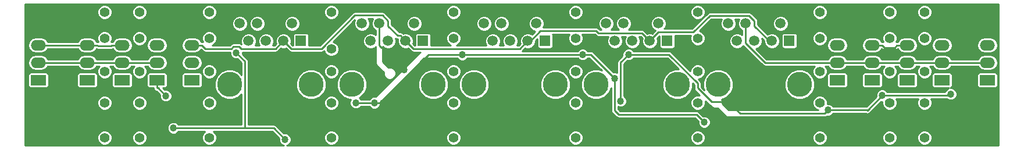
<source format=gbr>
G04 #@! TF.FileFunction,Copper,L2,Bot,Signal*
%FSLAX46Y46*%
G04 Gerber Fmt 4.6, Leading zero omitted, Abs format (unit mm)*
G04 Created by KiCad (PCBNEW 0.201601221446+6507~42~ubuntu14.04.1-product) date Wed 27 Jan 2016 18:37:31 CET*
%MOMM*%
G01*
G04 APERTURE LIST*
%ADD10C,0.100000*%
%ADD11C,3.649980*%
%ADD12R,1.501140X1.501140*%
%ADD13C,1.501140*%
%ADD14C,1.400000*%
%ADD15R,2.199640X1.524000*%
%ADD16O,2.199640X1.524000*%
%ADD17C,1.035000*%
%ADD18C,0.254000*%
G04 APERTURE END LIST*
D10*
D11*
X98201480Y-104775000D03*
X110070900Y-104775000D03*
D12*
X108585000Y-98425000D03*
D13*
X107315000Y-95885000D03*
X106045000Y-98425000D03*
X104775000Y-95885000D03*
X103505000Y-98425000D03*
X102235000Y-95885000D03*
X100965000Y-98425000D03*
X99695000Y-95885000D03*
D11*
X80421480Y-104775000D03*
X92290900Y-104775000D03*
D12*
X90805000Y-98425000D03*
D13*
X89535000Y-95885000D03*
X88265000Y-98425000D03*
X86995000Y-95885000D03*
X85725000Y-98425000D03*
X84455000Y-95885000D03*
X83185000Y-98425000D03*
X81915000Y-95885000D03*
D11*
X133761480Y-104775000D03*
X145630900Y-104775000D03*
D12*
X144145000Y-98425000D03*
D13*
X142875000Y-95885000D03*
X141605000Y-98425000D03*
X140335000Y-95885000D03*
X139065000Y-98425000D03*
X137795000Y-95885000D03*
X136525000Y-98425000D03*
X135255000Y-95885000D03*
D14*
X44450000Y-112522000D03*
X44450000Y-107442000D03*
X44450000Y-102870000D03*
X44450000Y-98044000D03*
X44450000Y-94234000D03*
X163830000Y-112522000D03*
X163830000Y-107442000D03*
X163830000Y-102870000D03*
X163830000Y-98044000D03*
X163830000Y-94234000D03*
X158750000Y-112522000D03*
X158750000Y-107442000D03*
X158750000Y-102870000D03*
X158750000Y-98044000D03*
X158750000Y-94234000D03*
X148590000Y-112522000D03*
X130810000Y-112522000D03*
X113030000Y-112522000D03*
X95250000Y-112522000D03*
X77470000Y-112522000D03*
X59690000Y-112522000D03*
X148590000Y-107442000D03*
X130810000Y-107442000D03*
X113030000Y-107442000D03*
X95250000Y-107442000D03*
X77470000Y-107442000D03*
X59690000Y-107442000D03*
X148590000Y-102870000D03*
X130810000Y-102870000D03*
X113030000Y-102870000D03*
X95250000Y-102870000D03*
X77470000Y-102870000D03*
X59690000Y-102870000D03*
X148590000Y-98044000D03*
X130810000Y-98044000D03*
X113030000Y-98044000D03*
X95250000Y-98044000D03*
X77470000Y-99615000D03*
X59690000Y-98044000D03*
X148590000Y-94234000D03*
X130810000Y-94234000D03*
X113030000Y-94234000D03*
X95250000Y-94234000D03*
X77470000Y-94234000D03*
X59690000Y-94234000D03*
X49530000Y-112522000D03*
X49530000Y-107442000D03*
X49530000Y-102870000D03*
X49530000Y-98044000D03*
D15*
X172974000Y-104140000D03*
D16*
X172974000Y-101600000D03*
X172974000Y-99060000D03*
X172974000Y-96520000D03*
D15*
X166370000Y-104140000D03*
D16*
X166370000Y-101600000D03*
X166370000Y-99060000D03*
X166370000Y-96520000D03*
D15*
X161290000Y-104140000D03*
D16*
X161290000Y-101600000D03*
X161290000Y-99060000D03*
X161290000Y-96520000D03*
D15*
X156210000Y-104140000D03*
D16*
X156210000Y-101600000D03*
X156210000Y-99060000D03*
X156210000Y-96520000D03*
D15*
X151130000Y-104140000D03*
D16*
X151130000Y-101600000D03*
X151130000Y-99060000D03*
X151130000Y-96520000D03*
D15*
X57150000Y-104140000D03*
D16*
X57150000Y-101600000D03*
X57150000Y-99060000D03*
X57150000Y-96520000D03*
D15*
X52070000Y-104140000D03*
D16*
X52070000Y-101600000D03*
X52070000Y-99060000D03*
X52070000Y-96520000D03*
D15*
X46990000Y-104140000D03*
D16*
X46990000Y-101600000D03*
X46990000Y-99060000D03*
X46990000Y-96520000D03*
D15*
X41910000Y-104140000D03*
D16*
X41910000Y-101600000D03*
X41910000Y-99060000D03*
X41910000Y-96520000D03*
D15*
X34798000Y-104140000D03*
D16*
X34798000Y-101600000D03*
X34798000Y-99060000D03*
X34798000Y-96520000D03*
D11*
X62641480Y-104775000D03*
X74510900Y-104775000D03*
D12*
X73025000Y-98425000D03*
D13*
X71755000Y-95885000D03*
X70485000Y-98425000D03*
X69215000Y-95885000D03*
X67945000Y-98425000D03*
X66675000Y-95885000D03*
X65405000Y-98425000D03*
X64135000Y-95885000D03*
D11*
X115981480Y-104775000D03*
X127850900Y-104775000D03*
D12*
X126365000Y-98425000D03*
D13*
X125095000Y-95885000D03*
X123825000Y-98425000D03*
X122555000Y-95885000D03*
X121285000Y-98425000D03*
X120015000Y-95885000D03*
X118745000Y-98425000D03*
X117475000Y-95885000D03*
D14*
X49530000Y-94234000D03*
D17*
X126746000Y-110499520D03*
X73152000Y-111760000D03*
X82764516Y-110796257D03*
X86614000Y-110744000D03*
X115570000Y-109982000D03*
X73152000Y-107950000D03*
X75184000Y-98552000D03*
X53366000Y-106411700D03*
X131773968Y-110267944D03*
X114068443Y-100395918D03*
X118685527Y-103879343D03*
X63610937Y-100158825D03*
X54483000Y-111125000D03*
X70739000Y-112776000D03*
X83701308Y-107458822D03*
X81026000Y-107442000D03*
X96520000Y-100457000D03*
X135249660Y-107286453D03*
X119584047Y-107187449D03*
X149785472Y-108482522D03*
X120724407Y-100412597D03*
X157664800Y-106356900D03*
X167647700Y-106172000D03*
X88030166Y-102668988D03*
D18*
X115570000Y-109982000D02*
X116087520Y-110499520D01*
X116087520Y-110499520D02*
X126014145Y-110499520D01*
X126014145Y-110499520D02*
X126746000Y-110499520D01*
X122555000Y-95885000D02*
X121423429Y-94753429D01*
X121423429Y-94753429D02*
X116931845Y-94753429D01*
X106175381Y-94484619D02*
X104775000Y-95885000D01*
X116931845Y-94753429D02*
X115920543Y-95764731D01*
X115920543Y-95764731D02*
X111196868Y-95764731D01*
X111196868Y-95764731D02*
X109916756Y-94484619D01*
X109916756Y-94484619D02*
X106175381Y-94484619D01*
X73152000Y-107950000D02*
X73152000Y-111760000D01*
X86614000Y-110744000D02*
X82816773Y-110744000D01*
X82816773Y-110744000D02*
X82764516Y-110796257D01*
X73859800Y-95315400D02*
X73859800Y-97072858D01*
X73859800Y-97072858D02*
X75184000Y-98397058D01*
X75184000Y-98397058D02*
X75184000Y-98552000D01*
X156210000Y-96520000D02*
X157691200Y-96520000D01*
X166370000Y-96520000D02*
X161290000Y-96520000D01*
X161290000Y-96520000D02*
X157691200Y-96520000D01*
X51597600Y-96520000D02*
X50588800Y-96520000D01*
X51597600Y-96520000D02*
X52070000Y-96520000D01*
X41910000Y-96520000D02*
X43391200Y-96520000D01*
X50588800Y-96520000D02*
X46990000Y-96520000D01*
X46990000Y-96520000D02*
X43391200Y-96520000D01*
X60290600Y-96520000D02*
X57150000Y-96520000D01*
X60787600Y-97017000D02*
X60290600Y-96520000D01*
X68083000Y-97017000D02*
X60787600Y-97017000D01*
X69215000Y-95885000D02*
X68083000Y-97017000D01*
X88160800Y-97050800D02*
X86995000Y-95885000D01*
X92596400Y-97050800D02*
X88160800Y-97050800D01*
X92700600Y-96946600D02*
X92596400Y-97050800D01*
X98547000Y-96946600D02*
X92700600Y-96946600D01*
X98617400Y-97017000D02*
X98547000Y-96946600D01*
X103643000Y-97017000D02*
X98617400Y-97017000D01*
X104775000Y-95885000D02*
X103643000Y-97017000D01*
X70384600Y-94715400D02*
X69215000Y-95885000D01*
X73259800Y-94715400D02*
X70384600Y-94715400D01*
X73859800Y-95315400D02*
X73259800Y-94715400D01*
X78134400Y-95315400D02*
X73859800Y-95315400D01*
X79254700Y-94195100D02*
X78134400Y-95315400D01*
X85305100Y-94195100D02*
X79254700Y-94195100D01*
X86995000Y-95885000D02*
X85305100Y-94195100D01*
X52237600Y-105283300D02*
X53366000Y-106411700D01*
X52070000Y-105283300D02*
X52237600Y-105283300D01*
X52070000Y-104140000D02*
X52070000Y-105283300D01*
X84433163Y-107458822D02*
X83701308Y-107458822D01*
X96520000Y-100457000D02*
X91626508Y-100457000D01*
X91626508Y-100457000D02*
X84624686Y-107458822D01*
X84624686Y-107458822D02*
X84433163Y-107458822D01*
X130634805Y-109128781D02*
X131256469Y-109750445D01*
X119288781Y-109128781D02*
X130634805Y-109128781D01*
X118685527Y-108525527D02*
X119288781Y-109128781D01*
X131256469Y-109750445D02*
X131773968Y-110267944D01*
X118685527Y-103879343D02*
X118685527Y-108525527D01*
X114800298Y-100395918D02*
X114068443Y-100395918D01*
X115202102Y-100395918D02*
X114800298Y-100395918D01*
X114007361Y-100457000D02*
X114068443Y-100395918D01*
X96520000Y-100457000D02*
X114007361Y-100457000D01*
X118685527Y-103879343D02*
X115202102Y-100395918D01*
X69088000Y-111125000D02*
X64770000Y-111125000D01*
X64770000Y-111125000D02*
X54483000Y-111125000D01*
X63610937Y-100158825D02*
X64847471Y-101395359D01*
X64847471Y-101395359D02*
X64847471Y-111047529D01*
X64847471Y-111047529D02*
X64770000Y-111125000D01*
X70739000Y-112776000D02*
X69088000Y-111125000D01*
X81026000Y-107442000D02*
X83684486Y-107442000D01*
X83684486Y-107442000D02*
X83701308Y-107458822D01*
X135767159Y-107803952D02*
X135249660Y-107286453D01*
X149267973Y-109000021D02*
X136963228Y-109000021D01*
X149785472Y-108482522D02*
X149267973Y-109000021D01*
X134517805Y-107286453D02*
X135249660Y-107286453D01*
X136963228Y-109000021D02*
X135767159Y-107803952D01*
X126608797Y-100412597D02*
X130804423Y-104608223D01*
X130804423Y-105240942D02*
X132849934Y-107286453D01*
X120724407Y-100412597D02*
X126608797Y-100412597D01*
X132849934Y-107286453D02*
X134517805Y-107286453D01*
X130804423Y-104608223D02*
X130804423Y-105240942D01*
X119584047Y-106455594D02*
X119584047Y-107187449D01*
X119584047Y-101552957D02*
X119584047Y-106455594D01*
X120724407Y-100412597D02*
X119584047Y-101552957D01*
X157664800Y-106356900D02*
X155498300Y-108523400D01*
X155498300Y-108523400D02*
X155457422Y-108482522D01*
X155457422Y-108482522D02*
X149785472Y-108482522D01*
X167462800Y-106356900D02*
X167647700Y-106172000D01*
X157664800Y-106356900D02*
X167462800Y-106356900D01*
X87512667Y-102151489D02*
X88030166Y-102668988D01*
X84455000Y-99093822D02*
X87512667Y-102151489D01*
X84455000Y-95885000D02*
X84455000Y-99093822D01*
X151130000Y-101600000D02*
X140635800Y-101600000D01*
X140635800Y-101600000D02*
X137795000Y-98759200D01*
X137795000Y-98759200D02*
X137795000Y-96946466D01*
X137795000Y-96946466D02*
X137795000Y-95885000D01*
X172974000Y-101600000D02*
X166370000Y-101600000D01*
X166370000Y-101600000D02*
X161290000Y-101600000D01*
X46990000Y-101600000D02*
X41910000Y-101600000D01*
X41910000Y-101600000D02*
X34798000Y-101600000D01*
X46990000Y-101600000D02*
X52070000Y-101600000D01*
X161290000Y-101600000D02*
X156210000Y-101600000D01*
X156210000Y-101600000D02*
X151130000Y-101600000D01*
X156210000Y-99060000D02*
X157691200Y-99060000D01*
X157691200Y-99060000D02*
X158011240Y-99380040D01*
X159808800Y-99060000D02*
X161290000Y-99060000D01*
X158011240Y-99380040D02*
X159488760Y-99380040D01*
X159488760Y-99380040D02*
X159808800Y-99060000D01*
X123825000Y-98425000D02*
X122693429Y-97293429D01*
X122693429Y-97293429D02*
X116348936Y-97293429D01*
X107911727Y-96962999D02*
X106397892Y-98476834D01*
X116348936Y-97293429D02*
X116018506Y-96962999D01*
X116018506Y-96962999D02*
X107911727Y-96962999D01*
X106397892Y-98476834D02*
X106096834Y-98476834D01*
X106096834Y-98476834D02*
X106045000Y-98425000D01*
X58503820Y-99060000D02*
X57150000Y-99060000D01*
X69350300Y-99559700D02*
X64341594Y-99559700D01*
X62880280Y-99559700D02*
X59130900Y-99559700D01*
X63179656Y-99260324D02*
X62880280Y-99559700D01*
X64042218Y-99260324D02*
X63179656Y-99260324D01*
X58631200Y-99060000D02*
X58503820Y-99060000D01*
X70485000Y-98425000D02*
X69350300Y-99559700D01*
X64341594Y-99559700D02*
X64042218Y-99260324D01*
X59130900Y-99559700D02*
X58631200Y-99060000D01*
X75999229Y-99556571D02*
X71616571Y-99556571D01*
X84907300Y-94703500D02*
X80852300Y-94703500D01*
X87514431Y-97674431D02*
X87153331Y-97674431D01*
X87153331Y-97674431D02*
X85725000Y-96246100D01*
X80852300Y-94703500D02*
X75999229Y-99556571D01*
X71616571Y-99556571D02*
X71235569Y-99175569D01*
X85725000Y-95521200D02*
X84907300Y-94703500D01*
X88265000Y-98425000D02*
X87514431Y-97674431D01*
X71235569Y-99175569D02*
X70485000Y-98425000D01*
X85725000Y-96246100D02*
X85725000Y-95521200D01*
X46990000Y-99060000D02*
X45508800Y-99060000D01*
X41910000Y-99060000D02*
X34798000Y-99060000D01*
X45384400Y-99184400D02*
X45508800Y-99060000D01*
X43515600Y-99184400D02*
X45384400Y-99184400D01*
X43391200Y-99060000D02*
X43515600Y-99184400D01*
X41910000Y-99060000D02*
X43391200Y-99060000D01*
X89397000Y-99557000D02*
X88265000Y-98425000D01*
X104913000Y-99557000D02*
X89397000Y-99557000D01*
X106045000Y-98425000D02*
X104913000Y-99557000D01*
X125098600Y-97151400D02*
X123825000Y-98425000D01*
X130173400Y-97151400D02*
X125098600Y-97151400D01*
X132578800Y-94746000D02*
X130173400Y-97151400D01*
X138276500Y-94746000D02*
X132578800Y-94746000D01*
X139065000Y-95534500D02*
X138276500Y-94746000D01*
X139065000Y-96266200D02*
X139065000Y-95534500D01*
X141223800Y-98425000D02*
X139065000Y-96266200D01*
X141605000Y-98425000D02*
X141223800Y-98425000D01*
G36*
X174625000Y-113665000D02*
X70940308Y-113665000D01*
X71247295Y-113538156D01*
X71500267Y-113285624D01*
X71637344Y-112955507D01*
X71637535Y-112736081D01*
X76388813Y-112736081D01*
X76553038Y-113133537D01*
X76856863Y-113437893D01*
X77254032Y-113602812D01*
X77684081Y-113603187D01*
X78081537Y-113438962D01*
X78385893Y-113135137D01*
X78550812Y-112737968D01*
X78550813Y-112736081D01*
X94168813Y-112736081D01*
X94333038Y-113133537D01*
X94636863Y-113437893D01*
X95034032Y-113602812D01*
X95464081Y-113603187D01*
X95861537Y-113438962D01*
X96165893Y-113135137D01*
X96330812Y-112737968D01*
X96330813Y-112736081D01*
X111948813Y-112736081D01*
X112113038Y-113133537D01*
X112416863Y-113437893D01*
X112814032Y-113602812D01*
X113244081Y-113603187D01*
X113641537Y-113438962D01*
X113945893Y-113135137D01*
X114110812Y-112737968D01*
X114110813Y-112736081D01*
X129728813Y-112736081D01*
X129893038Y-113133537D01*
X130196863Y-113437893D01*
X130594032Y-113602812D01*
X131024081Y-113603187D01*
X131421537Y-113438962D01*
X131725893Y-113135137D01*
X131890812Y-112737968D01*
X131890813Y-112736081D01*
X147508813Y-112736081D01*
X147673038Y-113133537D01*
X147976863Y-113437893D01*
X148374032Y-113602812D01*
X148804081Y-113603187D01*
X149201537Y-113438962D01*
X149505893Y-113135137D01*
X149670812Y-112737968D01*
X149670813Y-112736081D01*
X157668813Y-112736081D01*
X157833038Y-113133537D01*
X158136863Y-113437893D01*
X158534032Y-113602812D01*
X158964081Y-113603187D01*
X159361537Y-113438962D01*
X159665893Y-113135137D01*
X159830812Y-112737968D01*
X159830813Y-112736081D01*
X162748813Y-112736081D01*
X162913038Y-113133537D01*
X163216863Y-113437893D01*
X163614032Y-113602812D01*
X164044081Y-113603187D01*
X164441537Y-113438962D01*
X164745893Y-113135137D01*
X164910812Y-112737968D01*
X164911187Y-112307919D01*
X164746962Y-111910463D01*
X164443137Y-111606107D01*
X164045968Y-111441188D01*
X163615919Y-111440813D01*
X163218463Y-111605038D01*
X162914107Y-111908863D01*
X162749188Y-112306032D01*
X162748813Y-112736081D01*
X159830813Y-112736081D01*
X159831187Y-112307919D01*
X159666962Y-111910463D01*
X159363137Y-111606107D01*
X158965968Y-111441188D01*
X158535919Y-111440813D01*
X158138463Y-111605038D01*
X157834107Y-111908863D01*
X157669188Y-112306032D01*
X157668813Y-112736081D01*
X149670813Y-112736081D01*
X149671187Y-112307919D01*
X149506962Y-111910463D01*
X149203137Y-111606107D01*
X148805968Y-111441188D01*
X148375919Y-111440813D01*
X147978463Y-111605038D01*
X147674107Y-111908863D01*
X147509188Y-112306032D01*
X147508813Y-112736081D01*
X131890813Y-112736081D01*
X131891187Y-112307919D01*
X131726962Y-111910463D01*
X131423137Y-111606107D01*
X131025968Y-111441188D01*
X130595919Y-111440813D01*
X130198463Y-111605038D01*
X129894107Y-111908863D01*
X129729188Y-112306032D01*
X129728813Y-112736081D01*
X114110813Y-112736081D01*
X114111187Y-112307919D01*
X113946962Y-111910463D01*
X113643137Y-111606107D01*
X113245968Y-111441188D01*
X112815919Y-111440813D01*
X112418463Y-111605038D01*
X112114107Y-111908863D01*
X111949188Y-112306032D01*
X111948813Y-112736081D01*
X96330813Y-112736081D01*
X96331187Y-112307919D01*
X96166962Y-111910463D01*
X95863137Y-111606107D01*
X95465968Y-111441188D01*
X95035919Y-111440813D01*
X94638463Y-111605038D01*
X94334107Y-111908863D01*
X94169188Y-112306032D01*
X94168813Y-112736081D01*
X78550813Y-112736081D01*
X78551187Y-112307919D01*
X78386962Y-111910463D01*
X78083137Y-111606107D01*
X77685968Y-111441188D01*
X77255919Y-111440813D01*
X76858463Y-111605038D01*
X76554107Y-111908863D01*
X76389188Y-112306032D01*
X76388813Y-112736081D01*
X71637535Y-112736081D01*
X71637656Y-112598061D01*
X71501156Y-112267705D01*
X71248624Y-112014733D01*
X70918507Y-111877656D01*
X70561061Y-111877344D01*
X70559436Y-111878015D01*
X69447210Y-110765790D01*
X69282403Y-110655669D01*
X69088000Y-110617000D01*
X65355471Y-110617000D01*
X65355471Y-107656081D01*
X76388813Y-107656081D01*
X76553038Y-108053537D01*
X76856863Y-108357893D01*
X77254032Y-108522812D01*
X77684081Y-108523187D01*
X78081537Y-108358962D01*
X78385893Y-108055137D01*
X78550812Y-107657968D01*
X78551187Y-107227919D01*
X78386962Y-106830463D01*
X78083137Y-106526107D01*
X77685968Y-106361188D01*
X77255919Y-106360813D01*
X76858463Y-106525038D01*
X76554107Y-106828863D01*
X76389188Y-107226032D01*
X76388813Y-107656081D01*
X65355471Y-107656081D01*
X65355471Y-105211873D01*
X72304528Y-105211873D01*
X72639662Y-106022961D01*
X73259675Y-106644057D01*
X74070176Y-106980606D01*
X74947773Y-106981372D01*
X75758861Y-106646238D01*
X76379957Y-106026225D01*
X76716506Y-105215724D01*
X76717272Y-104338127D01*
X76382138Y-103527039D01*
X75939953Y-103084081D01*
X76388813Y-103084081D01*
X76553038Y-103481537D01*
X76856863Y-103785893D01*
X77254032Y-103950812D01*
X77684081Y-103951187D01*
X78081537Y-103786962D01*
X78385893Y-103483137D01*
X78550812Y-103085968D01*
X78551187Y-102655919D01*
X78386962Y-102258463D01*
X78083137Y-101954107D01*
X77685968Y-101789188D01*
X77255919Y-101788813D01*
X76858463Y-101953038D01*
X76554107Y-102256863D01*
X76389188Y-102654032D01*
X76388813Y-103084081D01*
X75939953Y-103084081D01*
X75762125Y-102905943D01*
X74951624Y-102569394D01*
X74074027Y-102568628D01*
X73262939Y-102903762D01*
X72641843Y-103523775D01*
X72305294Y-104334276D01*
X72304528Y-105211873D01*
X65355471Y-105211873D01*
X65355471Y-101395359D01*
X65335362Y-101294262D01*
X65316802Y-101200955D01*
X65206681Y-101036149D01*
X64509159Y-100338627D01*
X64509281Y-100338332D01*
X64509517Y-100067700D01*
X69350300Y-100067700D01*
X69544703Y-100029031D01*
X69709510Y-99918910D01*
X70126879Y-99501541D01*
X70258929Y-99556373D01*
X70709096Y-99556766D01*
X70843013Y-99501433D01*
X71257361Y-99915781D01*
X71422167Y-100025902D01*
X71616571Y-100064571D01*
X75999229Y-100064571D01*
X76193632Y-100025902D01*
X76358439Y-99915781D01*
X76405282Y-99868938D01*
X76553038Y-100226537D01*
X76856863Y-100530893D01*
X77254032Y-100695812D01*
X77684081Y-100696187D01*
X78081537Y-100531962D01*
X78385893Y-100228137D01*
X78550812Y-99830968D01*
X78551187Y-99400919D01*
X78386962Y-99003463D01*
X78083137Y-98699107D01*
X77724169Y-98550051D01*
X80903161Y-95371059D01*
X80783627Y-95658929D01*
X80783234Y-96109096D01*
X80955142Y-96525146D01*
X81273180Y-96843739D01*
X81688929Y-97016373D01*
X82139096Y-97016766D01*
X82555146Y-96844858D01*
X82873739Y-96526820D01*
X83046373Y-96111071D01*
X83046766Y-95660904D01*
X82874858Y-95244854D01*
X82841562Y-95211500D01*
X83527996Y-95211500D01*
X83496261Y-95243180D01*
X83323627Y-95658929D01*
X83323234Y-96109096D01*
X83495142Y-96525146D01*
X83813180Y-96843739D01*
X83947000Y-96899306D01*
X83947000Y-97586651D01*
X83826820Y-97466261D01*
X83411071Y-97293627D01*
X82960904Y-97293234D01*
X82544854Y-97465142D01*
X82226261Y-97783180D01*
X82053627Y-98198929D01*
X82053234Y-98649096D01*
X82225142Y-99065146D01*
X82543180Y-99383739D01*
X82958929Y-99556373D01*
X83409096Y-99556766D01*
X83825146Y-99384858D01*
X83947000Y-99263216D01*
X83947000Y-101661800D01*
X83985669Y-101856203D01*
X84095790Y-102021010D01*
X85061778Y-102986999D01*
X85061656Y-102987293D01*
X85061344Y-103344739D01*
X85197844Y-103675095D01*
X85450376Y-103928067D01*
X85780493Y-104065144D01*
X86137939Y-104065456D01*
X86468295Y-103928956D01*
X86721267Y-103676424D01*
X86858344Y-103346307D01*
X86858656Y-102988861D01*
X86722156Y-102658505D01*
X86469624Y-102405533D01*
X86139507Y-102268456D01*
X85782061Y-102268144D01*
X85780436Y-102268815D01*
X84963000Y-101451380D01*
X84963000Y-99263349D01*
X85083180Y-99383739D01*
X85498929Y-99556373D01*
X85949096Y-99556766D01*
X86365146Y-99384858D01*
X86683739Y-99066820D01*
X86856373Y-98651071D01*
X86856766Y-98200904D01*
X86783101Y-98022621D01*
X86794121Y-98033641D01*
X86958927Y-98143762D01*
X87141458Y-98180069D01*
X87133627Y-98198929D01*
X87133234Y-98649096D01*
X87305142Y-99065146D01*
X87623180Y-99383739D01*
X88038929Y-99556373D01*
X88489096Y-99556766D01*
X88623013Y-99501433D01*
X89037790Y-99916210D01*
X89202597Y-100026331D01*
X89397000Y-100065000D01*
X90392992Y-100065000D01*
X90343920Y-100097789D01*
X83881110Y-106560600D01*
X83880815Y-106560478D01*
X83523369Y-106560166D01*
X83193013Y-106696666D01*
X82955265Y-106934000D01*
X81788278Y-106934000D01*
X81788156Y-106933705D01*
X81550322Y-106695457D01*
X81669441Y-106646238D01*
X82290537Y-106026225D01*
X82627086Y-105215724D01*
X82627852Y-104338127D01*
X82292718Y-103527039D01*
X81672705Y-102905943D01*
X80862204Y-102569394D01*
X79984607Y-102568628D01*
X79173519Y-102903762D01*
X78552423Y-103523775D01*
X78215874Y-104334276D01*
X78215108Y-105211873D01*
X78550242Y-106022961D01*
X79170255Y-106644057D01*
X79980756Y-106980606D01*
X80244610Y-106980836D01*
X80127656Y-107262493D01*
X80127344Y-107619939D01*
X80263844Y-107950295D01*
X80516376Y-108203267D01*
X80846493Y-108340344D01*
X81203939Y-108340656D01*
X81534295Y-108204156D01*
X81787267Y-107951624D01*
X81787941Y-107950000D01*
X82932079Y-107950000D01*
X82939152Y-107967117D01*
X83191684Y-108220089D01*
X83521801Y-108357166D01*
X83879247Y-108357478D01*
X84209603Y-108220978D01*
X84462575Y-107968446D01*
X84592280Y-107656081D01*
X94168813Y-107656081D01*
X94333038Y-108053537D01*
X94636863Y-108357893D01*
X95034032Y-108522812D01*
X95464081Y-108523187D01*
X95861537Y-108358962D01*
X96165893Y-108055137D01*
X96330812Y-107657968D01*
X96330813Y-107656081D01*
X111948813Y-107656081D01*
X112113038Y-108053537D01*
X112416863Y-108357893D01*
X112814032Y-108522812D01*
X113244081Y-108523187D01*
X113641537Y-108358962D01*
X113945893Y-108055137D01*
X114110812Y-107657968D01*
X114111187Y-107227919D01*
X113946962Y-106830463D01*
X113643137Y-106526107D01*
X113245968Y-106361188D01*
X112815919Y-106360813D01*
X112418463Y-106525038D01*
X112114107Y-106828863D01*
X111949188Y-107226032D01*
X111948813Y-107656081D01*
X96330813Y-107656081D01*
X96331187Y-107227919D01*
X96166962Y-106830463D01*
X95863137Y-106526107D01*
X95465968Y-106361188D01*
X95035919Y-106360813D01*
X94638463Y-106525038D01*
X94334107Y-106828863D01*
X94169188Y-107226032D01*
X94168813Y-107656081D01*
X84592280Y-107656081D01*
X84599652Y-107638329D01*
X84599964Y-107280883D01*
X84599292Y-107279258D01*
X86666677Y-105211873D01*
X90084528Y-105211873D01*
X90419662Y-106022961D01*
X91039675Y-106644057D01*
X91850176Y-106980606D01*
X92727773Y-106981372D01*
X93538861Y-106646238D01*
X94159957Y-106026225D01*
X94496506Y-105215724D01*
X94496509Y-105211873D01*
X95995108Y-105211873D01*
X96330242Y-106022961D01*
X96950255Y-106644057D01*
X97760756Y-106980606D01*
X98638353Y-106981372D01*
X99449441Y-106646238D01*
X100070537Y-106026225D01*
X100407086Y-105215724D01*
X100407089Y-105211873D01*
X107864528Y-105211873D01*
X108199662Y-106022961D01*
X108819675Y-106644057D01*
X109630176Y-106980606D01*
X110507773Y-106981372D01*
X111318861Y-106646238D01*
X111939957Y-106026225D01*
X112276506Y-105215724D01*
X112277272Y-104338127D01*
X111942138Y-103527039D01*
X111499953Y-103084081D01*
X111948813Y-103084081D01*
X112113038Y-103481537D01*
X112416863Y-103785893D01*
X112814032Y-103950812D01*
X113244081Y-103951187D01*
X113641537Y-103786962D01*
X113945893Y-103483137D01*
X114110812Y-103085968D01*
X114111187Y-102655919D01*
X113946962Y-102258463D01*
X113643137Y-101954107D01*
X113245968Y-101789188D01*
X112815919Y-101788813D01*
X112418463Y-101953038D01*
X112114107Y-102256863D01*
X111949188Y-102654032D01*
X111948813Y-103084081D01*
X111499953Y-103084081D01*
X111322125Y-102905943D01*
X110511624Y-102569394D01*
X109634027Y-102568628D01*
X108822939Y-102903762D01*
X108201843Y-103523775D01*
X107865294Y-104334276D01*
X107864528Y-105211873D01*
X100407089Y-105211873D01*
X100407852Y-104338127D01*
X100072718Y-103527039D01*
X99452705Y-102905943D01*
X98642204Y-102569394D01*
X97764607Y-102568628D01*
X96953519Y-102903762D01*
X96332423Y-103523775D01*
X95995874Y-104334276D01*
X95995108Y-105211873D01*
X94496509Y-105211873D01*
X94497272Y-104338127D01*
X94162138Y-103527039D01*
X93719953Y-103084081D01*
X94168813Y-103084081D01*
X94333038Y-103481537D01*
X94636863Y-103785893D01*
X95034032Y-103950812D01*
X95464081Y-103951187D01*
X95861537Y-103786962D01*
X96165893Y-103483137D01*
X96330812Y-103085968D01*
X96331187Y-102655919D01*
X96166962Y-102258463D01*
X95863137Y-101954107D01*
X95465968Y-101789188D01*
X95035919Y-101788813D01*
X94638463Y-101953038D01*
X94334107Y-102256863D01*
X94169188Y-102654032D01*
X94168813Y-103084081D01*
X93719953Y-103084081D01*
X93542125Y-102905943D01*
X92731624Y-102569394D01*
X91854027Y-102568628D01*
X91042939Y-102903762D01*
X90421843Y-103523775D01*
X90085294Y-104334276D01*
X90084528Y-105211873D01*
X86666677Y-105211873D01*
X90913551Y-100965000D01*
X95757722Y-100965000D01*
X95757844Y-100965295D01*
X96010376Y-101218267D01*
X96340493Y-101355344D01*
X96697939Y-101355656D01*
X97028295Y-101219156D01*
X97281267Y-100966624D01*
X97281941Y-100965000D01*
X113366968Y-100965000D01*
X113558819Y-101157185D01*
X113888936Y-101294262D01*
X114246382Y-101294574D01*
X114576738Y-101158074D01*
X114829710Y-100905542D01*
X114830384Y-100903918D01*
X114991682Y-100903918D01*
X116823997Y-102736233D01*
X116422204Y-102569394D01*
X115544607Y-102568628D01*
X114733519Y-102903762D01*
X114112423Y-103523775D01*
X113775874Y-104334276D01*
X113775108Y-105211873D01*
X114110242Y-106022961D01*
X114730255Y-106644057D01*
X115540756Y-106980606D01*
X116418353Y-106981372D01*
X117229441Y-106646238D01*
X117850537Y-106026225D01*
X118177527Y-105238745D01*
X118177527Y-108525527D01*
X118216196Y-108719930D01*
X118326317Y-108884737D01*
X118929571Y-109487991D01*
X119094378Y-109598112D01*
X119288781Y-109636781D01*
X130424385Y-109636781D01*
X130875746Y-110088142D01*
X130875624Y-110088437D01*
X130875312Y-110445883D01*
X131011812Y-110776239D01*
X131264344Y-111029211D01*
X131594461Y-111166288D01*
X131951907Y-111166600D01*
X132282263Y-111030100D01*
X132535235Y-110777568D01*
X132672312Y-110447451D01*
X132672624Y-110090005D01*
X132536124Y-109759649D01*
X132283592Y-109506677D01*
X131953475Y-109369600D01*
X131596029Y-109369288D01*
X131594404Y-109369960D01*
X130994015Y-108769571D01*
X130829208Y-108659450D01*
X130634805Y-108620781D01*
X119499201Y-108620781D01*
X119193527Y-108315107D01*
X119193527Y-107998172D01*
X119404540Y-108085793D01*
X119761986Y-108086105D01*
X120092342Y-107949605D01*
X120345314Y-107697073D01*
X120482391Y-107366956D01*
X120482703Y-107009510D01*
X120346203Y-106679154D01*
X120093671Y-106426182D01*
X120092047Y-106425508D01*
X120092047Y-101763377D01*
X120544606Y-101310819D01*
X120544900Y-101310941D01*
X120902346Y-101311253D01*
X121232702Y-101174753D01*
X121485674Y-100922221D01*
X121486348Y-100920597D01*
X126398377Y-100920597D01*
X128046960Y-102569180D01*
X127414027Y-102568628D01*
X126602939Y-102903762D01*
X125981843Y-103523775D01*
X125645294Y-104334276D01*
X125644528Y-105211873D01*
X125979662Y-106022961D01*
X126599675Y-106644057D01*
X127410176Y-106980606D01*
X128287773Y-106981372D01*
X129098861Y-106646238D01*
X129719957Y-106026225D01*
X130056506Y-105215724D01*
X130057062Y-104579282D01*
X130296423Y-104818643D01*
X130296423Y-105413469D01*
X130335092Y-105607872D01*
X130445213Y-105772679D01*
X131039228Y-106366694D01*
X131025968Y-106361188D01*
X130595919Y-106360813D01*
X130198463Y-106525038D01*
X129894107Y-106828863D01*
X129729188Y-107226032D01*
X129728813Y-107656081D01*
X129893038Y-108053537D01*
X130196863Y-108357893D01*
X130594032Y-108522812D01*
X131024081Y-108523187D01*
X131421537Y-108358962D01*
X131725893Y-108055137D01*
X131890812Y-107657968D01*
X131891187Y-107227919D01*
X131884663Y-107212129D01*
X132387822Y-107715288D01*
X132552629Y-107825409D01*
X132713885Y-107857485D01*
X132716731Y-107864373D01*
X132969263Y-108117345D01*
X133299380Y-108254422D01*
X133656826Y-108254734D01*
X133658451Y-108254062D01*
X134763619Y-109359231D01*
X134928426Y-109469352D01*
X134960680Y-109475767D01*
X135122830Y-109508021D01*
X149267973Y-109508021D01*
X149462376Y-109469352D01*
X149599082Y-109378008D01*
X149605965Y-109380866D01*
X149963411Y-109381178D01*
X150293767Y-109244678D01*
X150546739Y-108992146D01*
X150547413Y-108990522D01*
X155300590Y-108990522D01*
X155303896Y-108992731D01*
X155314590Y-108994858D01*
X155498300Y-109031400D01*
X155692703Y-108992731D01*
X155857510Y-108882610D01*
X157484998Y-107255122D01*
X157485293Y-107255244D01*
X157669162Y-107255404D01*
X157668813Y-107656081D01*
X157833038Y-108053537D01*
X158136863Y-108357893D01*
X158534032Y-108522812D01*
X158964081Y-108523187D01*
X159361537Y-108358962D01*
X159665893Y-108055137D01*
X159830812Y-107657968D01*
X159831187Y-107227919D01*
X159681191Y-106864900D01*
X162899143Y-106864900D01*
X162749188Y-107226032D01*
X162748813Y-107656081D01*
X162913038Y-108053537D01*
X163216863Y-108357893D01*
X163614032Y-108522812D01*
X164044081Y-108523187D01*
X164441537Y-108358962D01*
X164745893Y-108055137D01*
X164910812Y-107657968D01*
X164911187Y-107227919D01*
X164761191Y-106864900D01*
X167069828Y-106864900D01*
X167138076Y-106933267D01*
X167468193Y-107070344D01*
X167825639Y-107070656D01*
X168155995Y-106934156D01*
X168408967Y-106681624D01*
X168546044Y-106351507D01*
X168546356Y-105994061D01*
X168409856Y-105663705D01*
X168157324Y-105410733D01*
X167827207Y-105273656D01*
X167555512Y-105273419D01*
X167618479Y-105260894D01*
X167744506Y-105176686D01*
X167828714Y-105050659D01*
X167858284Y-104902000D01*
X167858284Y-103378000D01*
X171485716Y-103378000D01*
X171485716Y-104902000D01*
X171515286Y-105050659D01*
X171599494Y-105176686D01*
X171725521Y-105260894D01*
X171874180Y-105290464D01*
X174073820Y-105290464D01*
X174222479Y-105260894D01*
X174348506Y-105176686D01*
X174432714Y-105050659D01*
X174462284Y-104902000D01*
X174462284Y-103378000D01*
X174432714Y-103229341D01*
X174348506Y-103103314D01*
X174222479Y-103019106D01*
X174073820Y-102989536D01*
X171874180Y-102989536D01*
X171725521Y-103019106D01*
X171599494Y-103103314D01*
X171515286Y-103229341D01*
X171485716Y-103378000D01*
X167858284Y-103378000D01*
X167828714Y-103229341D01*
X167744506Y-103103314D01*
X167618479Y-103019106D01*
X167469820Y-102989536D01*
X165270180Y-102989536D01*
X165121521Y-103019106D01*
X164995494Y-103103314D01*
X164911286Y-103229341D01*
X164881716Y-103378000D01*
X164881716Y-104902000D01*
X164911286Y-105050659D01*
X164995494Y-105176686D01*
X165121521Y-105260894D01*
X165270180Y-105290464D01*
X167428327Y-105290464D01*
X167139405Y-105409844D01*
X166886433Y-105662376D01*
X166808981Y-105848900D01*
X158427078Y-105848900D01*
X158426956Y-105848605D01*
X158174424Y-105595633D01*
X157844307Y-105458556D01*
X157486861Y-105458244D01*
X157156505Y-105594744D01*
X156903533Y-105847276D01*
X156766456Y-106177393D01*
X156766144Y-106534839D01*
X156766816Y-106536464D01*
X155328758Y-107974522D01*
X150547750Y-107974522D01*
X150547628Y-107974227D01*
X150295096Y-107721255D01*
X149964979Y-107584178D01*
X149670877Y-107583921D01*
X149671187Y-107227919D01*
X149506962Y-106830463D01*
X149203137Y-106526107D01*
X148805968Y-106361188D01*
X148375919Y-106360813D01*
X147978463Y-106525038D01*
X147674107Y-106828863D01*
X147509188Y-107226032D01*
X147508813Y-107656081D01*
X147673038Y-108053537D01*
X147976863Y-108357893D01*
X148299879Y-108492021D01*
X135333251Y-108492021D01*
X134377109Y-107535880D01*
X134377231Y-107535585D01*
X134377543Y-107178139D01*
X134281966Y-106946824D01*
X135009441Y-106646238D01*
X135630537Y-106026225D01*
X135967086Y-105215724D01*
X135967089Y-105211873D01*
X143424528Y-105211873D01*
X143759662Y-106022961D01*
X144379675Y-106644057D01*
X145190176Y-106980606D01*
X146067773Y-106981372D01*
X146878861Y-106646238D01*
X147499957Y-106026225D01*
X147836506Y-105215724D01*
X147837272Y-104338127D01*
X147502138Y-103527039D01*
X146882125Y-102905943D01*
X146071624Y-102569394D01*
X145194027Y-102568628D01*
X144382939Y-102903762D01*
X143761843Y-103523775D01*
X143425294Y-104334276D01*
X143424528Y-105211873D01*
X135967089Y-105211873D01*
X135967852Y-104338127D01*
X135632718Y-103527039D01*
X135012705Y-102905943D01*
X134202204Y-102569394D01*
X133324607Y-102568628D01*
X132513519Y-102903762D01*
X131892423Y-103523775D01*
X131555874Y-104334276D01*
X131555108Y-105211873D01*
X131719777Y-105610403D01*
X131312423Y-105203049D01*
X131312423Y-104608223D01*
X131273754Y-104413820D01*
X131273754Y-104413819D01*
X131163633Y-104249013D01*
X130865669Y-103951049D01*
X131024081Y-103951187D01*
X131421537Y-103786962D01*
X131725893Y-103483137D01*
X131890812Y-103085968D01*
X131891187Y-102655919D01*
X131726962Y-102258463D01*
X131423137Y-101954107D01*
X131025968Y-101789188D01*
X130595919Y-101788813D01*
X130198463Y-101953038D01*
X129894107Y-102256863D01*
X129729188Y-102654032D01*
X129729048Y-102814428D01*
X126968007Y-100053387D01*
X126803200Y-99943266D01*
X126608797Y-99904597D01*
X121486685Y-99904597D01*
X121486563Y-99904302D01*
X121234031Y-99651330D01*
X120903914Y-99514253D01*
X120546468Y-99513941D01*
X120216112Y-99650441D01*
X119963140Y-99902973D01*
X119826063Y-100233090D01*
X119825751Y-100590536D01*
X119826422Y-100592161D01*
X119224837Y-101193747D01*
X119114716Y-101358554D01*
X119076047Y-101552957D01*
X119076047Y-103068620D01*
X118865034Y-102980999D01*
X118507588Y-102980687D01*
X118505963Y-102981359D01*
X115561312Y-100036708D01*
X115396505Y-99926587D01*
X115202102Y-99887918D01*
X114830721Y-99887918D01*
X114830599Y-99887623D01*
X114578067Y-99634651D01*
X114247950Y-99497574D01*
X113890504Y-99497262D01*
X113560148Y-99633762D01*
X113307176Y-99886294D01*
X113281138Y-99949000D01*
X105223137Y-99949000D01*
X105272210Y-99916210D01*
X105686879Y-99501541D01*
X105818929Y-99556373D01*
X106269096Y-99556766D01*
X106685146Y-99384858D01*
X107003739Y-99066820D01*
X107176373Y-98651071D01*
X107176578Y-98416568D01*
X107445966Y-98147180D01*
X107445966Y-99175570D01*
X107475536Y-99324229D01*
X107559744Y-99450256D01*
X107685771Y-99534464D01*
X107834430Y-99564034D01*
X109335570Y-99564034D01*
X109484229Y-99534464D01*
X109610256Y-99450256D01*
X109694464Y-99324229D01*
X109724034Y-99175570D01*
X109724034Y-97674430D01*
X109694464Y-97525771D01*
X109657867Y-97470999D01*
X112097441Y-97470999D01*
X111949188Y-97828032D01*
X111948813Y-98258081D01*
X112113038Y-98655537D01*
X112416863Y-98959893D01*
X112814032Y-99124812D01*
X113244081Y-99125187D01*
X113641537Y-98960962D01*
X113945893Y-98657137D01*
X114110812Y-98259968D01*
X114111187Y-97829919D01*
X113962885Y-97470999D01*
X115808086Y-97470999D01*
X115989726Y-97652640D01*
X116154533Y-97762760D01*
X116348936Y-97801429D01*
X117778683Y-97801429D01*
X117613627Y-98198929D01*
X117613234Y-98649096D01*
X117785142Y-99065146D01*
X118103180Y-99383739D01*
X118518929Y-99556373D01*
X118969096Y-99556766D01*
X119385146Y-99384858D01*
X119703739Y-99066820D01*
X119876373Y-98651071D01*
X119876766Y-98200904D01*
X119711707Y-97801429D01*
X120318683Y-97801429D01*
X120153627Y-98198929D01*
X120153234Y-98649096D01*
X120325142Y-99065146D01*
X120643180Y-99383739D01*
X121058929Y-99556373D01*
X121509096Y-99556766D01*
X121925146Y-99384858D01*
X122243739Y-99066820D01*
X122416373Y-98651071D01*
X122416766Y-98200904D01*
X122251707Y-97801429D01*
X122483009Y-97801429D01*
X122748459Y-98066879D01*
X122693627Y-98198929D01*
X122693234Y-98649096D01*
X122865142Y-99065146D01*
X123183180Y-99383739D01*
X123598929Y-99556373D01*
X124049096Y-99556766D01*
X124465146Y-99384858D01*
X124783739Y-99066820D01*
X124956373Y-98651071D01*
X124956766Y-98200904D01*
X124901433Y-98066988D01*
X125225966Y-97742455D01*
X125225966Y-99175570D01*
X125255536Y-99324229D01*
X125339744Y-99450256D01*
X125465771Y-99534464D01*
X125614430Y-99564034D01*
X127115570Y-99564034D01*
X127264229Y-99534464D01*
X127390256Y-99450256D01*
X127474464Y-99324229D01*
X127504034Y-99175570D01*
X127504034Y-97674430D01*
X127501044Y-97659400D01*
X129799210Y-97659400D01*
X129729188Y-97828032D01*
X129728813Y-98258081D01*
X129893038Y-98655537D01*
X130196863Y-98959893D01*
X130594032Y-99124812D01*
X131024081Y-99125187D01*
X131421537Y-98960962D01*
X131725893Y-98657137D01*
X131890812Y-98259968D01*
X131891187Y-97829919D01*
X131726962Y-97432463D01*
X131423137Y-97128107D01*
X131064169Y-96979051D01*
X132789220Y-95254000D01*
X134291768Y-95254000D01*
X134123627Y-95658929D01*
X134123234Y-96109096D01*
X134295142Y-96525146D01*
X134613180Y-96843739D01*
X135028929Y-97016373D01*
X135479096Y-97016766D01*
X135895146Y-96844858D01*
X136213739Y-96526820D01*
X136386373Y-96111071D01*
X136386766Y-95660904D01*
X136218637Y-95254000D01*
X136831768Y-95254000D01*
X136663627Y-95658929D01*
X136663234Y-96109096D01*
X136835142Y-96525146D01*
X137153180Y-96843739D01*
X137287000Y-96899306D01*
X137287000Y-97586651D01*
X137166820Y-97466261D01*
X136751071Y-97293627D01*
X136300904Y-97293234D01*
X135884854Y-97465142D01*
X135566261Y-97783180D01*
X135393627Y-98198929D01*
X135393234Y-98649096D01*
X135565142Y-99065146D01*
X135883180Y-99383739D01*
X136298929Y-99556373D01*
X136749096Y-99556766D01*
X137165146Y-99384858D01*
X137434297Y-99116176D01*
X137435790Y-99118410D01*
X140276590Y-101959210D01*
X140441397Y-102069331D01*
X140635800Y-102108000D01*
X147823230Y-102108000D01*
X147674107Y-102256863D01*
X147509188Y-102654032D01*
X147508813Y-103084081D01*
X147673038Y-103481537D01*
X147976863Y-103785893D01*
X148374032Y-103950812D01*
X148804081Y-103951187D01*
X149201537Y-103786962D01*
X149505893Y-103483137D01*
X149549549Y-103378000D01*
X149641716Y-103378000D01*
X149641716Y-104902000D01*
X149671286Y-105050659D01*
X149755494Y-105176686D01*
X149881521Y-105260894D01*
X150030180Y-105290464D01*
X152229820Y-105290464D01*
X152378479Y-105260894D01*
X152504506Y-105176686D01*
X152588714Y-105050659D01*
X152618284Y-104902000D01*
X152618284Y-103378000D01*
X154721716Y-103378000D01*
X154721716Y-104902000D01*
X154751286Y-105050659D01*
X154835494Y-105176686D01*
X154961521Y-105260894D01*
X155110180Y-105290464D01*
X157309820Y-105290464D01*
X157458479Y-105260894D01*
X157584506Y-105176686D01*
X157668714Y-105050659D01*
X157698284Y-104902000D01*
X157698284Y-103378000D01*
X157668714Y-103229341D01*
X157584506Y-103103314D01*
X157458479Y-103019106D01*
X157309820Y-102989536D01*
X155110180Y-102989536D01*
X154961521Y-103019106D01*
X154835494Y-103103314D01*
X154751286Y-103229341D01*
X154721716Y-103378000D01*
X152618284Y-103378000D01*
X152588714Y-103229341D01*
X152504506Y-103103314D01*
X152378479Y-103019106D01*
X152229820Y-102989536D01*
X150030180Y-102989536D01*
X149881521Y-103019106D01*
X149755494Y-103103314D01*
X149671286Y-103229341D01*
X149641716Y-103378000D01*
X149549549Y-103378000D01*
X149670812Y-103085968D01*
X149671187Y-102655919D01*
X149506962Y-102258463D01*
X149356762Y-102108000D01*
X149754344Y-102108000D01*
X149954946Y-102408223D01*
X150325762Y-102655994D01*
X150763169Y-102743000D01*
X151496831Y-102743000D01*
X151934238Y-102655994D01*
X152305054Y-102408223D01*
X152505656Y-102108000D01*
X154834344Y-102108000D01*
X155034946Y-102408223D01*
X155405762Y-102655994D01*
X155843169Y-102743000D01*
X156576831Y-102743000D01*
X157014238Y-102655994D01*
X157385054Y-102408223D01*
X157585656Y-102108000D01*
X157983230Y-102108000D01*
X157834107Y-102256863D01*
X157669188Y-102654032D01*
X157668813Y-103084081D01*
X157833038Y-103481537D01*
X158136863Y-103785893D01*
X158534032Y-103950812D01*
X158964081Y-103951187D01*
X159361537Y-103786962D01*
X159665893Y-103483137D01*
X159709549Y-103378000D01*
X159801716Y-103378000D01*
X159801716Y-104902000D01*
X159831286Y-105050659D01*
X159915494Y-105176686D01*
X160041521Y-105260894D01*
X160190180Y-105290464D01*
X162389820Y-105290464D01*
X162538479Y-105260894D01*
X162664506Y-105176686D01*
X162748714Y-105050659D01*
X162778284Y-104902000D01*
X162778284Y-103378000D01*
X162748714Y-103229341D01*
X162664506Y-103103314D01*
X162538479Y-103019106D01*
X162389820Y-102989536D01*
X160190180Y-102989536D01*
X160041521Y-103019106D01*
X159915494Y-103103314D01*
X159831286Y-103229341D01*
X159801716Y-103378000D01*
X159709549Y-103378000D01*
X159830812Y-103085968D01*
X159831187Y-102655919D01*
X159666962Y-102258463D01*
X159516762Y-102108000D01*
X159914344Y-102108000D01*
X160114946Y-102408223D01*
X160485762Y-102655994D01*
X160923169Y-102743000D01*
X161656831Y-102743000D01*
X162094238Y-102655994D01*
X162465054Y-102408223D01*
X162665656Y-102108000D01*
X163063230Y-102108000D01*
X162914107Y-102256863D01*
X162749188Y-102654032D01*
X162748813Y-103084081D01*
X162913038Y-103481537D01*
X163216863Y-103785893D01*
X163614032Y-103950812D01*
X164044081Y-103951187D01*
X164441537Y-103786962D01*
X164745893Y-103483137D01*
X164910812Y-103085968D01*
X164911187Y-102655919D01*
X164746962Y-102258463D01*
X164596762Y-102108000D01*
X164994344Y-102108000D01*
X165194946Y-102408223D01*
X165565762Y-102655994D01*
X166003169Y-102743000D01*
X166736831Y-102743000D01*
X167174238Y-102655994D01*
X167545054Y-102408223D01*
X167745656Y-102108000D01*
X171598344Y-102108000D01*
X171798946Y-102408223D01*
X172169762Y-102655994D01*
X172607169Y-102743000D01*
X173340831Y-102743000D01*
X173778238Y-102655994D01*
X174149054Y-102408223D01*
X174396825Y-102037407D01*
X174483831Y-101600000D01*
X174396825Y-101162593D01*
X174149054Y-100791777D01*
X173778238Y-100544006D01*
X173340831Y-100457000D01*
X172607169Y-100457000D01*
X172169762Y-100544006D01*
X171798946Y-100791777D01*
X171598344Y-101092000D01*
X167745656Y-101092000D01*
X167545054Y-100791777D01*
X167174238Y-100544006D01*
X166736831Y-100457000D01*
X166003169Y-100457000D01*
X165565762Y-100544006D01*
X165194946Y-100791777D01*
X164994344Y-101092000D01*
X162665656Y-101092000D01*
X162465054Y-100791777D01*
X162094238Y-100544006D01*
X161656831Y-100457000D01*
X160923169Y-100457000D01*
X160485762Y-100544006D01*
X160114946Y-100791777D01*
X159914344Y-101092000D01*
X157585656Y-101092000D01*
X157385054Y-100791777D01*
X157014238Y-100544006D01*
X156576831Y-100457000D01*
X155843169Y-100457000D01*
X155405762Y-100544006D01*
X155034946Y-100791777D01*
X154834344Y-101092000D01*
X152505656Y-101092000D01*
X152305054Y-100791777D01*
X151934238Y-100544006D01*
X151496831Y-100457000D01*
X150763169Y-100457000D01*
X150325762Y-100544006D01*
X149954946Y-100791777D01*
X149754344Y-101092000D01*
X140846220Y-101092000D01*
X139304586Y-99550366D01*
X139705146Y-99384858D01*
X140023739Y-99066820D01*
X140196373Y-98651071D01*
X140196766Y-98200904D01*
X140137254Y-98056874D01*
X140473458Y-98393078D01*
X140473234Y-98649096D01*
X140645142Y-99065146D01*
X140963180Y-99383739D01*
X141378929Y-99556373D01*
X141829096Y-99556766D01*
X142245146Y-99384858D01*
X142563739Y-99066820D01*
X142736373Y-98651071D01*
X142736766Y-98200904D01*
X142564858Y-97784854D01*
X142454627Y-97674430D01*
X143005966Y-97674430D01*
X143005966Y-99175570D01*
X143035536Y-99324229D01*
X143119744Y-99450256D01*
X143245771Y-99534464D01*
X143394430Y-99564034D01*
X144895570Y-99564034D01*
X145044229Y-99534464D01*
X145170256Y-99450256D01*
X145254464Y-99324229D01*
X145284034Y-99175570D01*
X145284034Y-98258081D01*
X147508813Y-98258081D01*
X147673038Y-98655537D01*
X147976863Y-98959893D01*
X148374032Y-99124812D01*
X148804081Y-99125187D01*
X148961846Y-99060000D01*
X149620169Y-99060000D01*
X149707175Y-99497407D01*
X149954946Y-99868223D01*
X150325762Y-100115994D01*
X150763169Y-100203000D01*
X151496831Y-100203000D01*
X151934238Y-100115994D01*
X152305054Y-99868223D01*
X152552825Y-99497407D01*
X152639831Y-99060000D01*
X154700169Y-99060000D01*
X154787175Y-99497407D01*
X155034946Y-99868223D01*
X155405762Y-100115994D01*
X155843169Y-100203000D01*
X156576831Y-100203000D01*
X157014238Y-100115994D01*
X157385054Y-99868223D01*
X157567139Y-99595714D01*
X157756600Y-99633400D01*
X159743400Y-99633400D01*
X159932861Y-99595714D01*
X160114946Y-99868223D01*
X160485762Y-100115994D01*
X160923169Y-100203000D01*
X161656831Y-100203000D01*
X162094238Y-100115994D01*
X162465054Y-99868223D01*
X162712825Y-99497407D01*
X162799831Y-99060000D01*
X162712825Y-98622593D01*
X162469267Y-98258081D01*
X162748813Y-98258081D01*
X162913038Y-98655537D01*
X163216863Y-98959893D01*
X163614032Y-99124812D01*
X164044081Y-99125187D01*
X164201846Y-99060000D01*
X164860169Y-99060000D01*
X164947175Y-99497407D01*
X165194946Y-99868223D01*
X165565762Y-100115994D01*
X166003169Y-100203000D01*
X166736831Y-100203000D01*
X167174238Y-100115994D01*
X167545054Y-99868223D01*
X167792825Y-99497407D01*
X167879831Y-99060000D01*
X171464169Y-99060000D01*
X171551175Y-99497407D01*
X171798946Y-99868223D01*
X172169762Y-100115994D01*
X172607169Y-100203000D01*
X173340831Y-100203000D01*
X173778238Y-100115994D01*
X174149054Y-99868223D01*
X174396825Y-99497407D01*
X174483831Y-99060000D01*
X174396825Y-98622593D01*
X174149054Y-98251777D01*
X173778238Y-98004006D01*
X173340831Y-97917000D01*
X172607169Y-97917000D01*
X172169762Y-98004006D01*
X171798946Y-98251777D01*
X171551175Y-98622593D01*
X171464169Y-99060000D01*
X167879831Y-99060000D01*
X167792825Y-98622593D01*
X167545054Y-98251777D01*
X167174238Y-98004006D01*
X166736831Y-97917000D01*
X166003169Y-97917000D01*
X165565762Y-98004006D01*
X165194946Y-98251777D01*
X164947175Y-98622593D01*
X164860169Y-99060000D01*
X164201846Y-99060000D01*
X164441537Y-98960962D01*
X164745893Y-98657137D01*
X164910812Y-98259968D01*
X164911187Y-97829919D01*
X164746962Y-97432463D01*
X164443137Y-97128107D01*
X164045968Y-96963188D01*
X163615919Y-96962813D01*
X163218463Y-97127038D01*
X162914107Y-97430863D01*
X162749188Y-97828032D01*
X162748813Y-98258081D01*
X162469267Y-98258081D01*
X162465054Y-98251777D01*
X162094238Y-98004006D01*
X161656831Y-97917000D01*
X160923169Y-97917000D01*
X160485762Y-98004006D01*
X160114946Y-98251777D01*
X159914344Y-98552000D01*
X159808800Y-98552000D01*
X159700614Y-98573519D01*
X159830812Y-98259968D01*
X159831187Y-97829919D01*
X159666962Y-97432463D01*
X159363137Y-97128107D01*
X158965968Y-96963188D01*
X158535919Y-96962813D01*
X158138463Y-97127038D01*
X157834107Y-97430863D01*
X157669188Y-97828032D01*
X157668813Y-98258081D01*
X157799128Y-98573468D01*
X157691200Y-98552000D01*
X157585656Y-98552000D01*
X157385054Y-98251777D01*
X157014238Y-98004006D01*
X156576831Y-97917000D01*
X155843169Y-97917000D01*
X155405762Y-98004006D01*
X155034946Y-98251777D01*
X154787175Y-98622593D01*
X154700169Y-99060000D01*
X152639831Y-99060000D01*
X152552825Y-98622593D01*
X152305054Y-98251777D01*
X151934238Y-98004006D01*
X151496831Y-97917000D01*
X150763169Y-97917000D01*
X150325762Y-98004006D01*
X149954946Y-98251777D01*
X149707175Y-98622593D01*
X149620169Y-99060000D01*
X148961846Y-99060000D01*
X149201537Y-98960962D01*
X149505893Y-98657137D01*
X149670812Y-98259968D01*
X149671187Y-97829919D01*
X149506962Y-97432463D01*
X149203137Y-97128107D01*
X148805968Y-96963188D01*
X148375919Y-96962813D01*
X147978463Y-97127038D01*
X147674107Y-97430863D01*
X147509188Y-97828032D01*
X147508813Y-98258081D01*
X145284034Y-98258081D01*
X145284034Y-97674430D01*
X145254464Y-97525771D01*
X145170256Y-97399744D01*
X145044229Y-97315536D01*
X144895570Y-97285966D01*
X143394430Y-97285966D01*
X143245771Y-97315536D01*
X143119744Y-97399744D01*
X143035536Y-97525771D01*
X143005966Y-97674430D01*
X142454627Y-97674430D01*
X142246820Y-97466261D01*
X141831071Y-97293627D01*
X141380904Y-97293234D01*
X140977243Y-97460023D01*
X139626316Y-96109096D01*
X141743234Y-96109096D01*
X141915142Y-96525146D01*
X142233180Y-96843739D01*
X142648929Y-97016373D01*
X143099096Y-97016766D01*
X143515146Y-96844858D01*
X143833739Y-96526820D01*
X144006373Y-96111071D01*
X144006766Y-95660904D01*
X143834858Y-95244854D01*
X143516820Y-94926261D01*
X143101071Y-94753627D01*
X142650904Y-94753234D01*
X142234854Y-94925142D01*
X141916261Y-95243180D01*
X141743627Y-95658929D01*
X141743234Y-96109096D01*
X139626316Y-96109096D01*
X139573000Y-96055780D01*
X139573000Y-95534500D01*
X139534331Y-95340097D01*
X139534331Y-95340096D01*
X139424210Y-95175289D01*
X138697002Y-94448081D01*
X147508813Y-94448081D01*
X147673038Y-94845537D01*
X147976863Y-95149893D01*
X148374032Y-95314812D01*
X148804081Y-95315187D01*
X149201537Y-95150962D01*
X149505893Y-94847137D01*
X149670812Y-94449968D01*
X149670813Y-94448081D01*
X157668813Y-94448081D01*
X157833038Y-94845537D01*
X158136863Y-95149893D01*
X158534032Y-95314812D01*
X158964081Y-95315187D01*
X159361537Y-95150962D01*
X159665893Y-94847137D01*
X159830812Y-94449968D01*
X159830813Y-94448081D01*
X162748813Y-94448081D01*
X162913038Y-94845537D01*
X163216863Y-95149893D01*
X163614032Y-95314812D01*
X164044081Y-95315187D01*
X164441537Y-95150962D01*
X164745893Y-94847137D01*
X164910812Y-94449968D01*
X164911187Y-94019919D01*
X164746962Y-93622463D01*
X164443137Y-93318107D01*
X164045968Y-93153188D01*
X163615919Y-93152813D01*
X163218463Y-93317038D01*
X162914107Y-93620863D01*
X162749188Y-94018032D01*
X162748813Y-94448081D01*
X159830813Y-94448081D01*
X159831187Y-94019919D01*
X159666962Y-93622463D01*
X159363137Y-93318107D01*
X158965968Y-93153188D01*
X158535919Y-93152813D01*
X158138463Y-93317038D01*
X157834107Y-93620863D01*
X157669188Y-94018032D01*
X157668813Y-94448081D01*
X149670813Y-94448081D01*
X149671187Y-94019919D01*
X149506962Y-93622463D01*
X149203137Y-93318107D01*
X148805968Y-93153188D01*
X148375919Y-93152813D01*
X147978463Y-93317038D01*
X147674107Y-93620863D01*
X147509188Y-94018032D01*
X147508813Y-94448081D01*
X138697002Y-94448081D01*
X138635710Y-94386790D01*
X138470903Y-94276669D01*
X138276500Y-94238000D01*
X132578800Y-94238000D01*
X132416650Y-94270254D01*
X132384396Y-94276669D01*
X132219590Y-94386790D01*
X129962980Y-96643400D01*
X125936956Y-96643400D01*
X126053739Y-96526820D01*
X126226373Y-96111071D01*
X126226766Y-95660904D01*
X126054858Y-95244854D01*
X125736820Y-94926261D01*
X125321071Y-94753627D01*
X124870904Y-94753234D01*
X124454854Y-94925142D01*
X124136261Y-95243180D01*
X123963627Y-95658929D01*
X123963234Y-96109096D01*
X124135142Y-96525146D01*
X124453180Y-96843739D01*
X124618990Y-96912589D01*
X124183121Y-97348459D01*
X124051071Y-97293627D01*
X123600904Y-97293234D01*
X123466987Y-97348567D01*
X123052639Y-96934219D01*
X122887832Y-96824098D01*
X122693429Y-96785429D01*
X120714679Y-96785429D01*
X120973739Y-96526820D01*
X121146373Y-96111071D01*
X121146766Y-95660904D01*
X120974858Y-95244854D01*
X120656820Y-94926261D01*
X120241071Y-94753627D01*
X119790904Y-94753234D01*
X119374854Y-94925142D01*
X119056261Y-95243180D01*
X118883627Y-95658929D01*
X118883234Y-96109096D01*
X119055142Y-96525146D01*
X119314972Y-96785429D01*
X118174679Y-96785429D01*
X118433739Y-96526820D01*
X118606373Y-96111071D01*
X118606766Y-95660904D01*
X118434858Y-95244854D01*
X118116820Y-94926261D01*
X117701071Y-94753627D01*
X117250904Y-94753234D01*
X116834854Y-94925142D01*
X116516261Y-95243180D01*
X116343627Y-95658929D01*
X116343234Y-96109096D01*
X116515142Y-96525146D01*
X116774972Y-96785429D01*
X116559357Y-96785429D01*
X116377716Y-96603789D01*
X116212909Y-96493668D01*
X116018506Y-96454999D01*
X108303562Y-96454999D01*
X108446373Y-96111071D01*
X108446766Y-95660904D01*
X108274858Y-95244854D01*
X107956820Y-94926261D01*
X107541071Y-94753627D01*
X107090904Y-94753234D01*
X106674854Y-94925142D01*
X106356261Y-95243180D01*
X106183627Y-95658929D01*
X106183234Y-96109096D01*
X106355142Y-96525146D01*
X106673180Y-96843739D01*
X107088929Y-97016373D01*
X107139889Y-97016417D01*
X106688431Y-97467875D01*
X106686820Y-97466261D01*
X106271071Y-97293627D01*
X105820904Y-97293234D01*
X105404854Y-97465142D01*
X105086261Y-97783180D01*
X104913627Y-98198929D01*
X104913234Y-98649096D01*
X104968567Y-98783013D01*
X104702580Y-99049000D01*
X104471139Y-99049000D01*
X104636373Y-98651071D01*
X104636766Y-98200904D01*
X104464858Y-97784854D01*
X104146820Y-97466261D01*
X103731071Y-97293627D01*
X103280904Y-97293234D01*
X102864854Y-97465142D01*
X102546261Y-97783180D01*
X102373627Y-98198929D01*
X102373234Y-98649096D01*
X102538471Y-99049000D01*
X101931139Y-99049000D01*
X102096373Y-98651071D01*
X102096766Y-98200904D01*
X101924858Y-97784854D01*
X101606820Y-97466261D01*
X101191071Y-97293627D01*
X100740904Y-97293234D01*
X100324854Y-97465142D01*
X100006261Y-97783180D01*
X99833627Y-98198929D01*
X99833234Y-98649096D01*
X99998471Y-99049000D01*
X95648468Y-99049000D01*
X95861537Y-98960962D01*
X96165893Y-98657137D01*
X96330812Y-98259968D01*
X96331187Y-97829919D01*
X96166962Y-97432463D01*
X95863137Y-97128107D01*
X95465968Y-96963188D01*
X95035919Y-96962813D01*
X94638463Y-97127038D01*
X94334107Y-97430863D01*
X94169188Y-97828032D01*
X94168813Y-98258081D01*
X94333038Y-98655537D01*
X94636863Y-98959893D01*
X94851456Y-99049000D01*
X91944034Y-99049000D01*
X91944034Y-97674430D01*
X91914464Y-97525771D01*
X91830256Y-97399744D01*
X91704229Y-97315536D01*
X91555570Y-97285966D01*
X90054430Y-97285966D01*
X89905771Y-97315536D01*
X89779744Y-97399744D01*
X89695536Y-97525771D01*
X89665966Y-97674430D01*
X89665966Y-99049000D01*
X89607420Y-99049000D01*
X89341541Y-98783121D01*
X89396373Y-98651071D01*
X89396766Y-98200904D01*
X89224858Y-97784854D01*
X88906820Y-97466261D01*
X88491071Y-97293627D01*
X88040904Y-97293234D01*
X87906987Y-97348567D01*
X87873641Y-97315221D01*
X87708834Y-97205100D01*
X87514431Y-97166431D01*
X87363751Y-97166431D01*
X86306416Y-96109096D01*
X88403234Y-96109096D01*
X88575142Y-96525146D01*
X88893180Y-96843739D01*
X89308929Y-97016373D01*
X89759096Y-97016766D01*
X90175146Y-96844858D01*
X90493739Y-96526820D01*
X90666373Y-96111071D01*
X90666374Y-96109096D01*
X98563234Y-96109096D01*
X98735142Y-96525146D01*
X99053180Y-96843739D01*
X99468929Y-97016373D01*
X99919096Y-97016766D01*
X100335146Y-96844858D01*
X100653739Y-96526820D01*
X100826373Y-96111071D01*
X100826374Y-96109096D01*
X101103234Y-96109096D01*
X101275142Y-96525146D01*
X101593180Y-96843739D01*
X102008929Y-97016373D01*
X102459096Y-97016766D01*
X102875146Y-96844858D01*
X103193739Y-96526820D01*
X103366373Y-96111071D01*
X103366766Y-95660904D01*
X103194858Y-95244854D01*
X102876820Y-94926261D01*
X102461071Y-94753627D01*
X102010904Y-94753234D01*
X101594854Y-94925142D01*
X101276261Y-95243180D01*
X101103627Y-95658929D01*
X101103234Y-96109096D01*
X100826374Y-96109096D01*
X100826766Y-95660904D01*
X100654858Y-95244854D01*
X100336820Y-94926261D01*
X99921071Y-94753627D01*
X99470904Y-94753234D01*
X99054854Y-94925142D01*
X98736261Y-95243180D01*
X98563627Y-95658929D01*
X98563234Y-96109096D01*
X90666374Y-96109096D01*
X90666766Y-95660904D01*
X90494858Y-95244854D01*
X90176820Y-94926261D01*
X89761071Y-94753627D01*
X89310904Y-94753234D01*
X88894854Y-94925142D01*
X88576261Y-95243180D01*
X88403627Y-95658929D01*
X88403234Y-96109096D01*
X86306416Y-96109096D01*
X86233000Y-96035680D01*
X86233000Y-95521200D01*
X86194331Y-95326797D01*
X86194331Y-95326796D01*
X86084210Y-95161989D01*
X85370302Y-94448081D01*
X94168813Y-94448081D01*
X94333038Y-94845537D01*
X94636863Y-95149893D01*
X95034032Y-95314812D01*
X95464081Y-95315187D01*
X95861537Y-95150962D01*
X96165893Y-94847137D01*
X96330812Y-94449968D01*
X96330813Y-94448081D01*
X111948813Y-94448081D01*
X112113038Y-94845537D01*
X112416863Y-95149893D01*
X112814032Y-95314812D01*
X113244081Y-95315187D01*
X113641537Y-95150962D01*
X113945893Y-94847137D01*
X114110812Y-94449968D01*
X114110813Y-94448081D01*
X129728813Y-94448081D01*
X129893038Y-94845537D01*
X130196863Y-95149893D01*
X130594032Y-95314812D01*
X131024081Y-95315187D01*
X131421537Y-95150962D01*
X131725893Y-94847137D01*
X131890812Y-94449968D01*
X131891187Y-94019919D01*
X131726962Y-93622463D01*
X131423137Y-93318107D01*
X131025968Y-93153188D01*
X130595919Y-93152813D01*
X130198463Y-93317038D01*
X129894107Y-93620863D01*
X129729188Y-94018032D01*
X129728813Y-94448081D01*
X114110813Y-94448081D01*
X114111187Y-94019919D01*
X113946962Y-93622463D01*
X113643137Y-93318107D01*
X113245968Y-93153188D01*
X112815919Y-93152813D01*
X112418463Y-93317038D01*
X112114107Y-93620863D01*
X111949188Y-94018032D01*
X111948813Y-94448081D01*
X96330813Y-94448081D01*
X96331187Y-94019919D01*
X96166962Y-93622463D01*
X95863137Y-93318107D01*
X95465968Y-93153188D01*
X95035919Y-93152813D01*
X94638463Y-93317038D01*
X94334107Y-93620863D01*
X94169188Y-94018032D01*
X94168813Y-94448081D01*
X85370302Y-94448081D01*
X85266510Y-94344290D01*
X85101703Y-94234169D01*
X84907300Y-94195500D01*
X80852300Y-94195500D01*
X80657897Y-94234169D01*
X80493090Y-94344290D01*
X75788809Y-99048571D01*
X74164034Y-99048571D01*
X74164034Y-97674430D01*
X74134464Y-97525771D01*
X74050256Y-97399744D01*
X73924229Y-97315536D01*
X73775570Y-97285966D01*
X72274430Y-97285966D01*
X72125771Y-97315536D01*
X71999744Y-97399744D01*
X71915536Y-97525771D01*
X71885966Y-97674430D01*
X71885966Y-99048571D01*
X71826991Y-99048571D01*
X71561541Y-98783121D01*
X71616373Y-98651071D01*
X71616766Y-98200904D01*
X71444858Y-97784854D01*
X71126820Y-97466261D01*
X70711071Y-97293627D01*
X70260904Y-97293234D01*
X69844854Y-97465142D01*
X69526261Y-97783180D01*
X69353627Y-98198929D01*
X69353234Y-98649096D01*
X69408567Y-98783013D01*
X69139880Y-99051700D01*
X68910017Y-99051700D01*
X69076373Y-98651071D01*
X69076766Y-98200904D01*
X68904858Y-97784854D01*
X68586820Y-97466261D01*
X68171071Y-97293627D01*
X67720904Y-97293234D01*
X67304854Y-97465142D01*
X66986261Y-97783180D01*
X66813627Y-98198929D01*
X66813234Y-98649096D01*
X66979586Y-99051700D01*
X66370017Y-99051700D01*
X66536373Y-98651071D01*
X66536766Y-98200904D01*
X66364858Y-97784854D01*
X66046820Y-97466261D01*
X65631071Y-97293627D01*
X65180904Y-97293234D01*
X64764854Y-97465142D01*
X64446261Y-97783180D01*
X64273627Y-98198929D01*
X64273234Y-98649096D01*
X64368189Y-98878904D01*
X64236621Y-98790993D01*
X64042218Y-98752324D01*
X63179656Y-98752324D01*
X62985253Y-98790993D01*
X62820446Y-98901113D01*
X62669860Y-99051700D01*
X60081934Y-99051700D01*
X60301537Y-98960962D01*
X60605893Y-98657137D01*
X60770812Y-98259968D01*
X60771187Y-97829919D01*
X60606962Y-97432463D01*
X60303137Y-97128107D01*
X59905968Y-96963188D01*
X59475919Y-96962813D01*
X59078463Y-97127038D01*
X58774107Y-97430863D01*
X58609188Y-97828032D01*
X58608813Y-98258081D01*
X58739128Y-98573468D01*
X58631200Y-98552000D01*
X58525656Y-98552000D01*
X58325054Y-98251777D01*
X57954238Y-98004006D01*
X57516831Y-97917000D01*
X56783169Y-97917000D01*
X56345762Y-98004006D01*
X55974946Y-98251777D01*
X55727175Y-98622593D01*
X55640169Y-99060000D01*
X55727175Y-99497407D01*
X55974946Y-99868223D01*
X56345762Y-100115994D01*
X56783169Y-100203000D01*
X57516831Y-100203000D01*
X57954238Y-100115994D01*
X58325054Y-99868223D01*
X58483649Y-99630869D01*
X58771690Y-99918911D01*
X58936497Y-100029031D01*
X59130900Y-100067700D01*
X62712516Y-100067700D01*
X62712281Y-100336764D01*
X62848781Y-100667120D01*
X63101313Y-100920092D01*
X63431430Y-101057169D01*
X63788876Y-101057481D01*
X63790501Y-101056809D01*
X64339471Y-101605779D01*
X64339471Y-103353489D01*
X63892705Y-102905943D01*
X63082204Y-102569394D01*
X62204607Y-102568628D01*
X61393519Y-102903762D01*
X60772423Y-103523775D01*
X60435874Y-104334276D01*
X60435108Y-105211873D01*
X60770242Y-106022961D01*
X61390255Y-106644057D01*
X62200756Y-106980606D01*
X63078353Y-106981372D01*
X63889441Y-106646238D01*
X64339471Y-106196993D01*
X64339471Y-110617000D01*
X55245278Y-110617000D01*
X55245156Y-110616705D01*
X54992624Y-110363733D01*
X54662507Y-110226656D01*
X54305061Y-110226344D01*
X53974705Y-110362844D01*
X53721733Y-110615376D01*
X53584656Y-110945493D01*
X53584344Y-111302939D01*
X53720844Y-111633295D01*
X53973376Y-111886267D01*
X54303493Y-112023344D01*
X54660939Y-112023656D01*
X54991295Y-111887156D01*
X55244267Y-111634624D01*
X55244941Y-111633000D01*
X59050452Y-111633000D01*
X58774107Y-111908863D01*
X58609188Y-112306032D01*
X58608813Y-112736081D01*
X58773038Y-113133537D01*
X59076863Y-113437893D01*
X59474032Y-113602812D01*
X59904081Y-113603187D01*
X60301537Y-113438962D01*
X60605893Y-113135137D01*
X60770812Y-112737968D01*
X60771187Y-112307919D01*
X60606962Y-111910463D01*
X60329983Y-111633000D01*
X68877580Y-111633000D01*
X69840778Y-112596199D01*
X69840656Y-112596493D01*
X69840344Y-112953939D01*
X69976844Y-113284295D01*
X70229376Y-113537267D01*
X70536990Y-113665000D01*
X32893000Y-113665000D01*
X32893000Y-112736081D01*
X43368813Y-112736081D01*
X43533038Y-113133537D01*
X43836863Y-113437893D01*
X44234032Y-113602812D01*
X44664081Y-113603187D01*
X45061537Y-113438962D01*
X45365893Y-113135137D01*
X45530812Y-112737968D01*
X45530813Y-112736081D01*
X48448813Y-112736081D01*
X48613038Y-113133537D01*
X48916863Y-113437893D01*
X49314032Y-113602812D01*
X49744081Y-113603187D01*
X50141537Y-113438962D01*
X50445893Y-113135137D01*
X50610812Y-112737968D01*
X50611187Y-112307919D01*
X50446962Y-111910463D01*
X50143137Y-111606107D01*
X49745968Y-111441188D01*
X49315919Y-111440813D01*
X48918463Y-111605038D01*
X48614107Y-111908863D01*
X48449188Y-112306032D01*
X48448813Y-112736081D01*
X45530813Y-112736081D01*
X45531187Y-112307919D01*
X45366962Y-111910463D01*
X45063137Y-111606107D01*
X44665968Y-111441188D01*
X44235919Y-111440813D01*
X43838463Y-111605038D01*
X43534107Y-111908863D01*
X43369188Y-112306032D01*
X43368813Y-112736081D01*
X32893000Y-112736081D01*
X32893000Y-107656081D01*
X43368813Y-107656081D01*
X43533038Y-108053537D01*
X43836863Y-108357893D01*
X44234032Y-108522812D01*
X44664081Y-108523187D01*
X45061537Y-108358962D01*
X45365893Y-108055137D01*
X45530812Y-107657968D01*
X45530813Y-107656081D01*
X48448813Y-107656081D01*
X48613038Y-108053537D01*
X48916863Y-108357893D01*
X49314032Y-108522812D01*
X49744081Y-108523187D01*
X50141537Y-108358962D01*
X50445893Y-108055137D01*
X50610812Y-107657968D01*
X50610813Y-107656081D01*
X58608813Y-107656081D01*
X58773038Y-108053537D01*
X59076863Y-108357893D01*
X59474032Y-108522812D01*
X59904081Y-108523187D01*
X60301537Y-108358962D01*
X60605893Y-108055137D01*
X60770812Y-107657968D01*
X60771187Y-107227919D01*
X60606962Y-106830463D01*
X60303137Y-106526107D01*
X59905968Y-106361188D01*
X59475919Y-106360813D01*
X59078463Y-106525038D01*
X58774107Y-106828863D01*
X58609188Y-107226032D01*
X58608813Y-107656081D01*
X50610813Y-107656081D01*
X50611187Y-107227919D01*
X50446962Y-106830463D01*
X50143137Y-106526107D01*
X49745968Y-106361188D01*
X49315919Y-106360813D01*
X48918463Y-106525038D01*
X48614107Y-106828863D01*
X48449188Y-107226032D01*
X48448813Y-107656081D01*
X45530813Y-107656081D01*
X45531187Y-107227919D01*
X45366962Y-106830463D01*
X45063137Y-106526107D01*
X44665968Y-106361188D01*
X44235919Y-106360813D01*
X43838463Y-106525038D01*
X43534107Y-106828863D01*
X43369188Y-107226032D01*
X43368813Y-107656081D01*
X32893000Y-107656081D01*
X32893000Y-103378000D01*
X33309716Y-103378000D01*
X33309716Y-104902000D01*
X33339286Y-105050659D01*
X33423494Y-105176686D01*
X33549521Y-105260894D01*
X33698180Y-105290464D01*
X35897820Y-105290464D01*
X36046479Y-105260894D01*
X36172506Y-105176686D01*
X36256714Y-105050659D01*
X36286284Y-104902000D01*
X36286284Y-103378000D01*
X40421716Y-103378000D01*
X40421716Y-104902000D01*
X40451286Y-105050659D01*
X40535494Y-105176686D01*
X40661521Y-105260894D01*
X40810180Y-105290464D01*
X43009820Y-105290464D01*
X43158479Y-105260894D01*
X43284506Y-105176686D01*
X43368714Y-105050659D01*
X43398284Y-104902000D01*
X43398284Y-103378000D01*
X43368714Y-103229341D01*
X43284506Y-103103314D01*
X43158479Y-103019106D01*
X43009820Y-102989536D01*
X40810180Y-102989536D01*
X40661521Y-103019106D01*
X40535494Y-103103314D01*
X40451286Y-103229341D01*
X40421716Y-103378000D01*
X36286284Y-103378000D01*
X36256714Y-103229341D01*
X36172506Y-103103314D01*
X36046479Y-103019106D01*
X35897820Y-102989536D01*
X33698180Y-102989536D01*
X33549521Y-103019106D01*
X33423494Y-103103314D01*
X33339286Y-103229341D01*
X33309716Y-103378000D01*
X32893000Y-103378000D01*
X32893000Y-101600000D01*
X33288169Y-101600000D01*
X33375175Y-102037407D01*
X33622946Y-102408223D01*
X33993762Y-102655994D01*
X34431169Y-102743000D01*
X35164831Y-102743000D01*
X35602238Y-102655994D01*
X35973054Y-102408223D01*
X36173656Y-102108000D01*
X40534344Y-102108000D01*
X40734946Y-102408223D01*
X41105762Y-102655994D01*
X41543169Y-102743000D01*
X42276831Y-102743000D01*
X42714238Y-102655994D01*
X43085054Y-102408223D01*
X43285656Y-102108000D01*
X43683230Y-102108000D01*
X43534107Y-102256863D01*
X43369188Y-102654032D01*
X43368813Y-103084081D01*
X43533038Y-103481537D01*
X43836863Y-103785893D01*
X44234032Y-103950812D01*
X44664081Y-103951187D01*
X45061537Y-103786962D01*
X45365893Y-103483137D01*
X45409549Y-103378000D01*
X45501716Y-103378000D01*
X45501716Y-104902000D01*
X45531286Y-105050659D01*
X45615494Y-105176686D01*
X45741521Y-105260894D01*
X45890180Y-105290464D01*
X48089820Y-105290464D01*
X48238479Y-105260894D01*
X48364506Y-105176686D01*
X48448714Y-105050659D01*
X48478284Y-104902000D01*
X48478284Y-103378000D01*
X48448714Y-103229341D01*
X48364506Y-103103314D01*
X48238479Y-103019106D01*
X48089820Y-102989536D01*
X45890180Y-102989536D01*
X45741521Y-103019106D01*
X45615494Y-103103314D01*
X45531286Y-103229341D01*
X45501716Y-103378000D01*
X45409549Y-103378000D01*
X45530812Y-103085968D01*
X45531187Y-102655919D01*
X45366962Y-102258463D01*
X45216762Y-102108000D01*
X45614344Y-102108000D01*
X45814946Y-102408223D01*
X46185762Y-102655994D01*
X46623169Y-102743000D01*
X47356831Y-102743000D01*
X47794238Y-102655994D01*
X48165054Y-102408223D01*
X48365656Y-102108000D01*
X48763230Y-102108000D01*
X48614107Y-102256863D01*
X48449188Y-102654032D01*
X48448813Y-103084081D01*
X48613038Y-103481537D01*
X48916863Y-103785893D01*
X49314032Y-103950812D01*
X49744081Y-103951187D01*
X50141537Y-103786962D01*
X50445893Y-103483137D01*
X50489549Y-103378000D01*
X50581716Y-103378000D01*
X50581716Y-104902000D01*
X50611286Y-105050659D01*
X50695494Y-105176686D01*
X50821521Y-105260894D01*
X50970180Y-105290464D01*
X51563425Y-105290464D01*
X51600669Y-105477703D01*
X51710790Y-105642510D01*
X51875597Y-105752631D01*
X52016548Y-105780668D01*
X52467778Y-106231899D01*
X52467656Y-106232193D01*
X52467344Y-106589639D01*
X52603844Y-106919995D01*
X52856376Y-107172967D01*
X53186493Y-107310044D01*
X53543939Y-107310356D01*
X53874295Y-107173856D01*
X54127267Y-106921324D01*
X54264344Y-106591207D01*
X54264656Y-106233761D01*
X54128156Y-105903405D01*
X53875624Y-105650433D01*
X53545507Y-105513356D01*
X53188061Y-105513044D01*
X53186436Y-105513715D01*
X52963184Y-105290464D01*
X53169820Y-105290464D01*
X53318479Y-105260894D01*
X53444506Y-105176686D01*
X53528714Y-105050659D01*
X53558284Y-104902000D01*
X53558284Y-103378000D01*
X55661716Y-103378000D01*
X55661716Y-104902000D01*
X55691286Y-105050659D01*
X55775494Y-105176686D01*
X55901521Y-105260894D01*
X56050180Y-105290464D01*
X58249820Y-105290464D01*
X58398479Y-105260894D01*
X58524506Y-105176686D01*
X58608714Y-105050659D01*
X58638284Y-104902000D01*
X58638284Y-103378000D01*
X58608714Y-103229341D01*
X58524506Y-103103314D01*
X58495722Y-103084081D01*
X58608813Y-103084081D01*
X58773038Y-103481537D01*
X59076863Y-103785893D01*
X59474032Y-103950812D01*
X59904081Y-103951187D01*
X60301537Y-103786962D01*
X60605893Y-103483137D01*
X60770812Y-103085968D01*
X60771187Y-102655919D01*
X60606962Y-102258463D01*
X60303137Y-101954107D01*
X59905968Y-101789188D01*
X59475919Y-101788813D01*
X59078463Y-101953038D01*
X58774107Y-102256863D01*
X58609188Y-102654032D01*
X58608813Y-103084081D01*
X58495722Y-103084081D01*
X58398479Y-103019106D01*
X58249820Y-102989536D01*
X56050180Y-102989536D01*
X55901521Y-103019106D01*
X55775494Y-103103314D01*
X55691286Y-103229341D01*
X55661716Y-103378000D01*
X53558284Y-103378000D01*
X53528714Y-103229341D01*
X53444506Y-103103314D01*
X53318479Y-103019106D01*
X53169820Y-102989536D01*
X50970180Y-102989536D01*
X50821521Y-103019106D01*
X50695494Y-103103314D01*
X50611286Y-103229341D01*
X50581716Y-103378000D01*
X50489549Y-103378000D01*
X50610812Y-103085968D01*
X50611187Y-102655919D01*
X50446962Y-102258463D01*
X50296762Y-102108000D01*
X50694344Y-102108000D01*
X50894946Y-102408223D01*
X51265762Y-102655994D01*
X51703169Y-102743000D01*
X52436831Y-102743000D01*
X52874238Y-102655994D01*
X53245054Y-102408223D01*
X53492825Y-102037407D01*
X53579831Y-101600000D01*
X55640169Y-101600000D01*
X55727175Y-102037407D01*
X55974946Y-102408223D01*
X56345762Y-102655994D01*
X56783169Y-102743000D01*
X57516831Y-102743000D01*
X57954238Y-102655994D01*
X58325054Y-102408223D01*
X58572825Y-102037407D01*
X58659831Y-101600000D01*
X58572825Y-101162593D01*
X58325054Y-100791777D01*
X57954238Y-100544006D01*
X57516831Y-100457000D01*
X56783169Y-100457000D01*
X56345762Y-100544006D01*
X55974946Y-100791777D01*
X55727175Y-101162593D01*
X55640169Y-101600000D01*
X53579831Y-101600000D01*
X53492825Y-101162593D01*
X53245054Y-100791777D01*
X52874238Y-100544006D01*
X52436831Y-100457000D01*
X51703169Y-100457000D01*
X51265762Y-100544006D01*
X50894946Y-100791777D01*
X50694344Y-101092000D01*
X48365656Y-101092000D01*
X48165054Y-100791777D01*
X47794238Y-100544006D01*
X47356831Y-100457000D01*
X46623169Y-100457000D01*
X46185762Y-100544006D01*
X45814946Y-100791777D01*
X45614344Y-101092000D01*
X43285656Y-101092000D01*
X43085054Y-100791777D01*
X42714238Y-100544006D01*
X42276831Y-100457000D01*
X41543169Y-100457000D01*
X41105762Y-100544006D01*
X40734946Y-100791777D01*
X40534344Y-101092000D01*
X36173656Y-101092000D01*
X35973054Y-100791777D01*
X35602238Y-100544006D01*
X35164831Y-100457000D01*
X34431169Y-100457000D01*
X33993762Y-100544006D01*
X33622946Y-100791777D01*
X33375175Y-101162593D01*
X33288169Y-101600000D01*
X32893000Y-101600000D01*
X32893000Y-99060000D01*
X33288169Y-99060000D01*
X33375175Y-99497407D01*
X33622946Y-99868223D01*
X33993762Y-100115994D01*
X34431169Y-100203000D01*
X35164831Y-100203000D01*
X35602238Y-100115994D01*
X35973054Y-99868223D01*
X36173656Y-99568000D01*
X40534344Y-99568000D01*
X40734946Y-99868223D01*
X41105762Y-100115994D01*
X41543169Y-100203000D01*
X42276831Y-100203000D01*
X42714238Y-100115994D01*
X43085054Y-99868223D01*
X43257024Y-99610852D01*
X43321196Y-99653731D01*
X43515600Y-99692400D01*
X45384400Y-99692400D01*
X45578803Y-99653731D01*
X45642976Y-99610852D01*
X45814946Y-99868223D01*
X46185762Y-100115994D01*
X46623169Y-100203000D01*
X47356831Y-100203000D01*
X47794238Y-100115994D01*
X48165054Y-99868223D01*
X48412825Y-99497407D01*
X48499831Y-99060000D01*
X48412825Y-98622593D01*
X48169267Y-98258081D01*
X48448813Y-98258081D01*
X48613038Y-98655537D01*
X48916863Y-98959893D01*
X49314032Y-99124812D01*
X49744081Y-99125187D01*
X49901846Y-99060000D01*
X50560169Y-99060000D01*
X50647175Y-99497407D01*
X50894946Y-99868223D01*
X51265762Y-100115994D01*
X51703169Y-100203000D01*
X52436831Y-100203000D01*
X52874238Y-100115994D01*
X53245054Y-99868223D01*
X53492825Y-99497407D01*
X53579831Y-99060000D01*
X53492825Y-98622593D01*
X53245054Y-98251777D01*
X52874238Y-98004006D01*
X52436831Y-97917000D01*
X51703169Y-97917000D01*
X51265762Y-98004006D01*
X50894946Y-98251777D01*
X50647175Y-98622593D01*
X50560169Y-99060000D01*
X49901846Y-99060000D01*
X50141537Y-98960962D01*
X50445893Y-98657137D01*
X50610812Y-98259968D01*
X50611187Y-97829919D01*
X50446962Y-97432463D01*
X50143137Y-97128107D01*
X49745968Y-96963188D01*
X49315919Y-96962813D01*
X48918463Y-97127038D01*
X48614107Y-97430863D01*
X48449188Y-97828032D01*
X48448813Y-98258081D01*
X48169267Y-98258081D01*
X48165054Y-98251777D01*
X47794238Y-98004006D01*
X47356831Y-97917000D01*
X46623169Y-97917000D01*
X46185762Y-98004006D01*
X45814946Y-98251777D01*
X45614344Y-98552000D01*
X45508800Y-98552000D01*
X45400614Y-98573519D01*
X45530812Y-98259968D01*
X45531187Y-97829919D01*
X45366962Y-97432463D01*
X45063137Y-97128107D01*
X44665968Y-96963188D01*
X44235919Y-96962813D01*
X43838463Y-97127038D01*
X43534107Y-97430863D01*
X43369188Y-97828032D01*
X43368813Y-98258081D01*
X43499128Y-98573468D01*
X43391200Y-98552000D01*
X43285656Y-98552000D01*
X43085054Y-98251777D01*
X42714238Y-98004006D01*
X42276831Y-97917000D01*
X41543169Y-97917000D01*
X41105762Y-98004006D01*
X40734946Y-98251777D01*
X40534344Y-98552000D01*
X36173656Y-98552000D01*
X35973054Y-98251777D01*
X35602238Y-98004006D01*
X35164831Y-97917000D01*
X34431169Y-97917000D01*
X33993762Y-98004006D01*
X33622946Y-98251777D01*
X33375175Y-98622593D01*
X33288169Y-99060000D01*
X32893000Y-99060000D01*
X32893000Y-96109096D01*
X63003234Y-96109096D01*
X63175142Y-96525146D01*
X63493180Y-96843739D01*
X63908929Y-97016373D01*
X64359096Y-97016766D01*
X64775146Y-96844858D01*
X65093739Y-96526820D01*
X65266373Y-96111071D01*
X65266374Y-96109096D01*
X65543234Y-96109096D01*
X65715142Y-96525146D01*
X66033180Y-96843739D01*
X66448929Y-97016373D01*
X66899096Y-97016766D01*
X67315146Y-96844858D01*
X67633739Y-96526820D01*
X67806373Y-96111071D01*
X67806374Y-96109096D01*
X70623234Y-96109096D01*
X70795142Y-96525146D01*
X71113180Y-96843739D01*
X71528929Y-97016373D01*
X71979096Y-97016766D01*
X72395146Y-96844858D01*
X72713739Y-96526820D01*
X72886373Y-96111071D01*
X72886766Y-95660904D01*
X72714858Y-95244854D01*
X72396820Y-94926261D01*
X71981071Y-94753627D01*
X71530904Y-94753234D01*
X71114854Y-94925142D01*
X70796261Y-95243180D01*
X70623627Y-95658929D01*
X70623234Y-96109096D01*
X67806374Y-96109096D01*
X67806766Y-95660904D01*
X67634858Y-95244854D01*
X67316820Y-94926261D01*
X66901071Y-94753627D01*
X66450904Y-94753234D01*
X66034854Y-94925142D01*
X65716261Y-95243180D01*
X65543627Y-95658929D01*
X65543234Y-96109096D01*
X65266374Y-96109096D01*
X65266766Y-95660904D01*
X65094858Y-95244854D01*
X64776820Y-94926261D01*
X64361071Y-94753627D01*
X63910904Y-94753234D01*
X63494854Y-94925142D01*
X63176261Y-95243180D01*
X63003627Y-95658929D01*
X63003234Y-96109096D01*
X32893000Y-96109096D01*
X32893000Y-94448081D01*
X43368813Y-94448081D01*
X43533038Y-94845537D01*
X43836863Y-95149893D01*
X44234032Y-95314812D01*
X44664081Y-95315187D01*
X45061537Y-95150962D01*
X45365893Y-94847137D01*
X45530812Y-94449968D01*
X45530813Y-94448081D01*
X48448813Y-94448081D01*
X48613038Y-94845537D01*
X48916863Y-95149893D01*
X49314032Y-95314812D01*
X49744081Y-95315187D01*
X50141537Y-95150962D01*
X50445893Y-94847137D01*
X50610812Y-94449968D01*
X50610813Y-94448081D01*
X58608813Y-94448081D01*
X58773038Y-94845537D01*
X59076863Y-95149893D01*
X59474032Y-95314812D01*
X59904081Y-95315187D01*
X60301537Y-95150962D01*
X60605893Y-94847137D01*
X60770812Y-94449968D01*
X60770813Y-94448081D01*
X76388813Y-94448081D01*
X76553038Y-94845537D01*
X76856863Y-95149893D01*
X77254032Y-95314812D01*
X77684081Y-95315187D01*
X78081537Y-95150962D01*
X78385893Y-94847137D01*
X78550812Y-94449968D01*
X78551187Y-94019919D01*
X78386962Y-93622463D01*
X78083137Y-93318107D01*
X77685968Y-93153188D01*
X77255919Y-93152813D01*
X76858463Y-93317038D01*
X76554107Y-93620863D01*
X76389188Y-94018032D01*
X76388813Y-94448081D01*
X60770813Y-94448081D01*
X60771187Y-94019919D01*
X60606962Y-93622463D01*
X60303137Y-93318107D01*
X59905968Y-93153188D01*
X59475919Y-93152813D01*
X59078463Y-93317038D01*
X58774107Y-93620863D01*
X58609188Y-94018032D01*
X58608813Y-94448081D01*
X50610813Y-94448081D01*
X50611187Y-94019919D01*
X50446962Y-93622463D01*
X50143137Y-93318107D01*
X49745968Y-93153188D01*
X49315919Y-93152813D01*
X48918463Y-93317038D01*
X48614107Y-93620863D01*
X48449188Y-94018032D01*
X48448813Y-94448081D01*
X45530813Y-94448081D01*
X45531187Y-94019919D01*
X45366962Y-93622463D01*
X45063137Y-93318107D01*
X44665968Y-93153188D01*
X44235919Y-93152813D01*
X43838463Y-93317038D01*
X43534107Y-93620863D01*
X43369188Y-94018032D01*
X43368813Y-94448081D01*
X32893000Y-94448081D01*
X32893000Y-93091000D01*
X174625000Y-93091000D01*
X174625000Y-113665000D01*
X174625000Y-113665000D01*
G37*
X174625000Y-113665000D02*
X70940308Y-113665000D01*
X71247295Y-113538156D01*
X71500267Y-113285624D01*
X71637344Y-112955507D01*
X71637535Y-112736081D01*
X76388813Y-112736081D01*
X76553038Y-113133537D01*
X76856863Y-113437893D01*
X77254032Y-113602812D01*
X77684081Y-113603187D01*
X78081537Y-113438962D01*
X78385893Y-113135137D01*
X78550812Y-112737968D01*
X78550813Y-112736081D01*
X94168813Y-112736081D01*
X94333038Y-113133537D01*
X94636863Y-113437893D01*
X95034032Y-113602812D01*
X95464081Y-113603187D01*
X95861537Y-113438962D01*
X96165893Y-113135137D01*
X96330812Y-112737968D01*
X96330813Y-112736081D01*
X111948813Y-112736081D01*
X112113038Y-113133537D01*
X112416863Y-113437893D01*
X112814032Y-113602812D01*
X113244081Y-113603187D01*
X113641537Y-113438962D01*
X113945893Y-113135137D01*
X114110812Y-112737968D01*
X114110813Y-112736081D01*
X129728813Y-112736081D01*
X129893038Y-113133537D01*
X130196863Y-113437893D01*
X130594032Y-113602812D01*
X131024081Y-113603187D01*
X131421537Y-113438962D01*
X131725893Y-113135137D01*
X131890812Y-112737968D01*
X131890813Y-112736081D01*
X147508813Y-112736081D01*
X147673038Y-113133537D01*
X147976863Y-113437893D01*
X148374032Y-113602812D01*
X148804081Y-113603187D01*
X149201537Y-113438962D01*
X149505893Y-113135137D01*
X149670812Y-112737968D01*
X149670813Y-112736081D01*
X157668813Y-112736081D01*
X157833038Y-113133537D01*
X158136863Y-113437893D01*
X158534032Y-113602812D01*
X158964081Y-113603187D01*
X159361537Y-113438962D01*
X159665893Y-113135137D01*
X159830812Y-112737968D01*
X159830813Y-112736081D01*
X162748813Y-112736081D01*
X162913038Y-113133537D01*
X163216863Y-113437893D01*
X163614032Y-113602812D01*
X164044081Y-113603187D01*
X164441537Y-113438962D01*
X164745893Y-113135137D01*
X164910812Y-112737968D01*
X164911187Y-112307919D01*
X164746962Y-111910463D01*
X164443137Y-111606107D01*
X164045968Y-111441188D01*
X163615919Y-111440813D01*
X163218463Y-111605038D01*
X162914107Y-111908863D01*
X162749188Y-112306032D01*
X162748813Y-112736081D01*
X159830813Y-112736081D01*
X159831187Y-112307919D01*
X159666962Y-111910463D01*
X159363137Y-111606107D01*
X158965968Y-111441188D01*
X158535919Y-111440813D01*
X158138463Y-111605038D01*
X157834107Y-111908863D01*
X157669188Y-112306032D01*
X157668813Y-112736081D01*
X149670813Y-112736081D01*
X149671187Y-112307919D01*
X149506962Y-111910463D01*
X149203137Y-111606107D01*
X148805968Y-111441188D01*
X148375919Y-111440813D01*
X147978463Y-111605038D01*
X147674107Y-111908863D01*
X147509188Y-112306032D01*
X147508813Y-112736081D01*
X131890813Y-112736081D01*
X131891187Y-112307919D01*
X131726962Y-111910463D01*
X131423137Y-111606107D01*
X131025968Y-111441188D01*
X130595919Y-111440813D01*
X130198463Y-111605038D01*
X129894107Y-111908863D01*
X129729188Y-112306032D01*
X129728813Y-112736081D01*
X114110813Y-112736081D01*
X114111187Y-112307919D01*
X113946962Y-111910463D01*
X113643137Y-111606107D01*
X113245968Y-111441188D01*
X112815919Y-111440813D01*
X112418463Y-111605038D01*
X112114107Y-111908863D01*
X111949188Y-112306032D01*
X111948813Y-112736081D01*
X96330813Y-112736081D01*
X96331187Y-112307919D01*
X96166962Y-111910463D01*
X95863137Y-111606107D01*
X95465968Y-111441188D01*
X95035919Y-111440813D01*
X94638463Y-111605038D01*
X94334107Y-111908863D01*
X94169188Y-112306032D01*
X94168813Y-112736081D01*
X78550813Y-112736081D01*
X78551187Y-112307919D01*
X78386962Y-111910463D01*
X78083137Y-111606107D01*
X77685968Y-111441188D01*
X77255919Y-111440813D01*
X76858463Y-111605038D01*
X76554107Y-111908863D01*
X76389188Y-112306032D01*
X76388813Y-112736081D01*
X71637535Y-112736081D01*
X71637656Y-112598061D01*
X71501156Y-112267705D01*
X71248624Y-112014733D01*
X70918507Y-111877656D01*
X70561061Y-111877344D01*
X70559436Y-111878015D01*
X69447210Y-110765790D01*
X69282403Y-110655669D01*
X69088000Y-110617000D01*
X65355471Y-110617000D01*
X65355471Y-107656081D01*
X76388813Y-107656081D01*
X76553038Y-108053537D01*
X76856863Y-108357893D01*
X77254032Y-108522812D01*
X77684081Y-108523187D01*
X78081537Y-108358962D01*
X78385893Y-108055137D01*
X78550812Y-107657968D01*
X78551187Y-107227919D01*
X78386962Y-106830463D01*
X78083137Y-106526107D01*
X77685968Y-106361188D01*
X77255919Y-106360813D01*
X76858463Y-106525038D01*
X76554107Y-106828863D01*
X76389188Y-107226032D01*
X76388813Y-107656081D01*
X65355471Y-107656081D01*
X65355471Y-105211873D01*
X72304528Y-105211873D01*
X72639662Y-106022961D01*
X73259675Y-106644057D01*
X74070176Y-106980606D01*
X74947773Y-106981372D01*
X75758861Y-106646238D01*
X76379957Y-106026225D01*
X76716506Y-105215724D01*
X76717272Y-104338127D01*
X76382138Y-103527039D01*
X75939953Y-103084081D01*
X76388813Y-103084081D01*
X76553038Y-103481537D01*
X76856863Y-103785893D01*
X77254032Y-103950812D01*
X77684081Y-103951187D01*
X78081537Y-103786962D01*
X78385893Y-103483137D01*
X78550812Y-103085968D01*
X78551187Y-102655919D01*
X78386962Y-102258463D01*
X78083137Y-101954107D01*
X77685968Y-101789188D01*
X77255919Y-101788813D01*
X76858463Y-101953038D01*
X76554107Y-102256863D01*
X76389188Y-102654032D01*
X76388813Y-103084081D01*
X75939953Y-103084081D01*
X75762125Y-102905943D01*
X74951624Y-102569394D01*
X74074027Y-102568628D01*
X73262939Y-102903762D01*
X72641843Y-103523775D01*
X72305294Y-104334276D01*
X72304528Y-105211873D01*
X65355471Y-105211873D01*
X65355471Y-101395359D01*
X65335362Y-101294262D01*
X65316802Y-101200955D01*
X65206681Y-101036149D01*
X64509159Y-100338627D01*
X64509281Y-100338332D01*
X64509517Y-100067700D01*
X69350300Y-100067700D01*
X69544703Y-100029031D01*
X69709510Y-99918910D01*
X70126879Y-99501541D01*
X70258929Y-99556373D01*
X70709096Y-99556766D01*
X70843013Y-99501433D01*
X71257361Y-99915781D01*
X71422167Y-100025902D01*
X71616571Y-100064571D01*
X75999229Y-100064571D01*
X76193632Y-100025902D01*
X76358439Y-99915781D01*
X76405282Y-99868938D01*
X76553038Y-100226537D01*
X76856863Y-100530893D01*
X77254032Y-100695812D01*
X77684081Y-100696187D01*
X78081537Y-100531962D01*
X78385893Y-100228137D01*
X78550812Y-99830968D01*
X78551187Y-99400919D01*
X78386962Y-99003463D01*
X78083137Y-98699107D01*
X77724169Y-98550051D01*
X80903161Y-95371059D01*
X80783627Y-95658929D01*
X80783234Y-96109096D01*
X80955142Y-96525146D01*
X81273180Y-96843739D01*
X81688929Y-97016373D01*
X82139096Y-97016766D01*
X82555146Y-96844858D01*
X82873739Y-96526820D01*
X83046373Y-96111071D01*
X83046766Y-95660904D01*
X82874858Y-95244854D01*
X82841562Y-95211500D01*
X83527996Y-95211500D01*
X83496261Y-95243180D01*
X83323627Y-95658929D01*
X83323234Y-96109096D01*
X83495142Y-96525146D01*
X83813180Y-96843739D01*
X83947000Y-96899306D01*
X83947000Y-97586651D01*
X83826820Y-97466261D01*
X83411071Y-97293627D01*
X82960904Y-97293234D01*
X82544854Y-97465142D01*
X82226261Y-97783180D01*
X82053627Y-98198929D01*
X82053234Y-98649096D01*
X82225142Y-99065146D01*
X82543180Y-99383739D01*
X82958929Y-99556373D01*
X83409096Y-99556766D01*
X83825146Y-99384858D01*
X83947000Y-99263216D01*
X83947000Y-101661800D01*
X83985669Y-101856203D01*
X84095790Y-102021010D01*
X85061778Y-102986999D01*
X85061656Y-102987293D01*
X85061344Y-103344739D01*
X85197844Y-103675095D01*
X85450376Y-103928067D01*
X85780493Y-104065144D01*
X86137939Y-104065456D01*
X86468295Y-103928956D01*
X86721267Y-103676424D01*
X86858344Y-103346307D01*
X86858656Y-102988861D01*
X86722156Y-102658505D01*
X86469624Y-102405533D01*
X86139507Y-102268456D01*
X85782061Y-102268144D01*
X85780436Y-102268815D01*
X84963000Y-101451380D01*
X84963000Y-99263349D01*
X85083180Y-99383739D01*
X85498929Y-99556373D01*
X85949096Y-99556766D01*
X86365146Y-99384858D01*
X86683739Y-99066820D01*
X86856373Y-98651071D01*
X86856766Y-98200904D01*
X86783101Y-98022621D01*
X86794121Y-98033641D01*
X86958927Y-98143762D01*
X87141458Y-98180069D01*
X87133627Y-98198929D01*
X87133234Y-98649096D01*
X87305142Y-99065146D01*
X87623180Y-99383739D01*
X88038929Y-99556373D01*
X88489096Y-99556766D01*
X88623013Y-99501433D01*
X89037790Y-99916210D01*
X89202597Y-100026331D01*
X89397000Y-100065000D01*
X90392992Y-100065000D01*
X90343920Y-100097789D01*
X83881110Y-106560600D01*
X83880815Y-106560478D01*
X83523369Y-106560166D01*
X83193013Y-106696666D01*
X82955265Y-106934000D01*
X81788278Y-106934000D01*
X81788156Y-106933705D01*
X81550322Y-106695457D01*
X81669441Y-106646238D01*
X82290537Y-106026225D01*
X82627086Y-105215724D01*
X82627852Y-104338127D01*
X82292718Y-103527039D01*
X81672705Y-102905943D01*
X80862204Y-102569394D01*
X79984607Y-102568628D01*
X79173519Y-102903762D01*
X78552423Y-103523775D01*
X78215874Y-104334276D01*
X78215108Y-105211873D01*
X78550242Y-106022961D01*
X79170255Y-106644057D01*
X79980756Y-106980606D01*
X80244610Y-106980836D01*
X80127656Y-107262493D01*
X80127344Y-107619939D01*
X80263844Y-107950295D01*
X80516376Y-108203267D01*
X80846493Y-108340344D01*
X81203939Y-108340656D01*
X81534295Y-108204156D01*
X81787267Y-107951624D01*
X81787941Y-107950000D01*
X82932079Y-107950000D01*
X82939152Y-107967117D01*
X83191684Y-108220089D01*
X83521801Y-108357166D01*
X83879247Y-108357478D01*
X84209603Y-108220978D01*
X84462575Y-107968446D01*
X84592280Y-107656081D01*
X94168813Y-107656081D01*
X94333038Y-108053537D01*
X94636863Y-108357893D01*
X95034032Y-108522812D01*
X95464081Y-108523187D01*
X95861537Y-108358962D01*
X96165893Y-108055137D01*
X96330812Y-107657968D01*
X96330813Y-107656081D01*
X111948813Y-107656081D01*
X112113038Y-108053537D01*
X112416863Y-108357893D01*
X112814032Y-108522812D01*
X113244081Y-108523187D01*
X113641537Y-108358962D01*
X113945893Y-108055137D01*
X114110812Y-107657968D01*
X114111187Y-107227919D01*
X113946962Y-106830463D01*
X113643137Y-106526107D01*
X113245968Y-106361188D01*
X112815919Y-106360813D01*
X112418463Y-106525038D01*
X112114107Y-106828863D01*
X111949188Y-107226032D01*
X111948813Y-107656081D01*
X96330813Y-107656081D01*
X96331187Y-107227919D01*
X96166962Y-106830463D01*
X95863137Y-106526107D01*
X95465968Y-106361188D01*
X95035919Y-106360813D01*
X94638463Y-106525038D01*
X94334107Y-106828863D01*
X94169188Y-107226032D01*
X94168813Y-107656081D01*
X84592280Y-107656081D01*
X84599652Y-107638329D01*
X84599964Y-107280883D01*
X84599292Y-107279258D01*
X86666677Y-105211873D01*
X90084528Y-105211873D01*
X90419662Y-106022961D01*
X91039675Y-106644057D01*
X91850176Y-106980606D01*
X92727773Y-106981372D01*
X93538861Y-106646238D01*
X94159957Y-106026225D01*
X94496506Y-105215724D01*
X94496509Y-105211873D01*
X95995108Y-105211873D01*
X96330242Y-106022961D01*
X96950255Y-106644057D01*
X97760756Y-106980606D01*
X98638353Y-106981372D01*
X99449441Y-106646238D01*
X100070537Y-106026225D01*
X100407086Y-105215724D01*
X100407089Y-105211873D01*
X107864528Y-105211873D01*
X108199662Y-106022961D01*
X108819675Y-106644057D01*
X109630176Y-106980606D01*
X110507773Y-106981372D01*
X111318861Y-106646238D01*
X111939957Y-106026225D01*
X112276506Y-105215724D01*
X112277272Y-104338127D01*
X111942138Y-103527039D01*
X111499953Y-103084081D01*
X111948813Y-103084081D01*
X112113038Y-103481537D01*
X112416863Y-103785893D01*
X112814032Y-103950812D01*
X113244081Y-103951187D01*
X113641537Y-103786962D01*
X113945893Y-103483137D01*
X114110812Y-103085968D01*
X114111187Y-102655919D01*
X113946962Y-102258463D01*
X113643137Y-101954107D01*
X113245968Y-101789188D01*
X112815919Y-101788813D01*
X112418463Y-101953038D01*
X112114107Y-102256863D01*
X111949188Y-102654032D01*
X111948813Y-103084081D01*
X111499953Y-103084081D01*
X111322125Y-102905943D01*
X110511624Y-102569394D01*
X109634027Y-102568628D01*
X108822939Y-102903762D01*
X108201843Y-103523775D01*
X107865294Y-104334276D01*
X107864528Y-105211873D01*
X100407089Y-105211873D01*
X100407852Y-104338127D01*
X100072718Y-103527039D01*
X99452705Y-102905943D01*
X98642204Y-102569394D01*
X97764607Y-102568628D01*
X96953519Y-102903762D01*
X96332423Y-103523775D01*
X95995874Y-104334276D01*
X95995108Y-105211873D01*
X94496509Y-105211873D01*
X94497272Y-104338127D01*
X94162138Y-103527039D01*
X93719953Y-103084081D01*
X94168813Y-103084081D01*
X94333038Y-103481537D01*
X94636863Y-103785893D01*
X95034032Y-103950812D01*
X95464081Y-103951187D01*
X95861537Y-103786962D01*
X96165893Y-103483137D01*
X96330812Y-103085968D01*
X96331187Y-102655919D01*
X96166962Y-102258463D01*
X95863137Y-101954107D01*
X95465968Y-101789188D01*
X95035919Y-101788813D01*
X94638463Y-101953038D01*
X94334107Y-102256863D01*
X94169188Y-102654032D01*
X94168813Y-103084081D01*
X93719953Y-103084081D01*
X93542125Y-102905943D01*
X92731624Y-102569394D01*
X91854027Y-102568628D01*
X91042939Y-102903762D01*
X90421843Y-103523775D01*
X90085294Y-104334276D01*
X90084528Y-105211873D01*
X86666677Y-105211873D01*
X90913551Y-100965000D01*
X95757722Y-100965000D01*
X95757844Y-100965295D01*
X96010376Y-101218267D01*
X96340493Y-101355344D01*
X96697939Y-101355656D01*
X97028295Y-101219156D01*
X97281267Y-100966624D01*
X97281941Y-100965000D01*
X113366968Y-100965000D01*
X113558819Y-101157185D01*
X113888936Y-101294262D01*
X114246382Y-101294574D01*
X114576738Y-101158074D01*
X114829710Y-100905542D01*
X114830384Y-100903918D01*
X114991682Y-100903918D01*
X116823997Y-102736233D01*
X116422204Y-102569394D01*
X115544607Y-102568628D01*
X114733519Y-102903762D01*
X114112423Y-103523775D01*
X113775874Y-104334276D01*
X113775108Y-105211873D01*
X114110242Y-106022961D01*
X114730255Y-106644057D01*
X115540756Y-106980606D01*
X116418353Y-106981372D01*
X117229441Y-106646238D01*
X117850537Y-106026225D01*
X118177527Y-105238745D01*
X118177527Y-108525527D01*
X118216196Y-108719930D01*
X118326317Y-108884737D01*
X118929571Y-109487991D01*
X119094378Y-109598112D01*
X119288781Y-109636781D01*
X130424385Y-109636781D01*
X130875746Y-110088142D01*
X130875624Y-110088437D01*
X130875312Y-110445883D01*
X131011812Y-110776239D01*
X131264344Y-111029211D01*
X131594461Y-111166288D01*
X131951907Y-111166600D01*
X132282263Y-111030100D01*
X132535235Y-110777568D01*
X132672312Y-110447451D01*
X132672624Y-110090005D01*
X132536124Y-109759649D01*
X132283592Y-109506677D01*
X131953475Y-109369600D01*
X131596029Y-109369288D01*
X131594404Y-109369960D01*
X130994015Y-108769571D01*
X130829208Y-108659450D01*
X130634805Y-108620781D01*
X119499201Y-108620781D01*
X119193527Y-108315107D01*
X119193527Y-107998172D01*
X119404540Y-108085793D01*
X119761986Y-108086105D01*
X120092342Y-107949605D01*
X120345314Y-107697073D01*
X120482391Y-107366956D01*
X120482703Y-107009510D01*
X120346203Y-106679154D01*
X120093671Y-106426182D01*
X120092047Y-106425508D01*
X120092047Y-101763377D01*
X120544606Y-101310819D01*
X120544900Y-101310941D01*
X120902346Y-101311253D01*
X121232702Y-101174753D01*
X121485674Y-100922221D01*
X121486348Y-100920597D01*
X126398377Y-100920597D01*
X128046960Y-102569180D01*
X127414027Y-102568628D01*
X126602939Y-102903762D01*
X125981843Y-103523775D01*
X125645294Y-104334276D01*
X125644528Y-105211873D01*
X125979662Y-106022961D01*
X126599675Y-106644057D01*
X127410176Y-106980606D01*
X128287773Y-106981372D01*
X129098861Y-106646238D01*
X129719957Y-106026225D01*
X130056506Y-105215724D01*
X130057062Y-104579282D01*
X130296423Y-104818643D01*
X130296423Y-105413469D01*
X130335092Y-105607872D01*
X130445213Y-105772679D01*
X131039228Y-106366694D01*
X131025968Y-106361188D01*
X130595919Y-106360813D01*
X130198463Y-106525038D01*
X129894107Y-106828863D01*
X129729188Y-107226032D01*
X129728813Y-107656081D01*
X129893038Y-108053537D01*
X130196863Y-108357893D01*
X130594032Y-108522812D01*
X131024081Y-108523187D01*
X131421537Y-108358962D01*
X131725893Y-108055137D01*
X131890812Y-107657968D01*
X131891187Y-107227919D01*
X131884663Y-107212129D01*
X132387822Y-107715288D01*
X132552629Y-107825409D01*
X132713885Y-107857485D01*
X132716731Y-107864373D01*
X132969263Y-108117345D01*
X133299380Y-108254422D01*
X133656826Y-108254734D01*
X133658451Y-108254062D01*
X134763619Y-109359231D01*
X134928426Y-109469352D01*
X134960680Y-109475767D01*
X135122830Y-109508021D01*
X149267973Y-109508021D01*
X149462376Y-109469352D01*
X149599082Y-109378008D01*
X149605965Y-109380866D01*
X149963411Y-109381178D01*
X150293767Y-109244678D01*
X150546739Y-108992146D01*
X150547413Y-108990522D01*
X155300590Y-108990522D01*
X155303896Y-108992731D01*
X155314590Y-108994858D01*
X155498300Y-109031400D01*
X155692703Y-108992731D01*
X155857510Y-108882610D01*
X157484998Y-107255122D01*
X157485293Y-107255244D01*
X157669162Y-107255404D01*
X157668813Y-107656081D01*
X157833038Y-108053537D01*
X158136863Y-108357893D01*
X158534032Y-108522812D01*
X158964081Y-108523187D01*
X159361537Y-108358962D01*
X159665893Y-108055137D01*
X159830812Y-107657968D01*
X159831187Y-107227919D01*
X159681191Y-106864900D01*
X162899143Y-106864900D01*
X162749188Y-107226032D01*
X162748813Y-107656081D01*
X162913038Y-108053537D01*
X163216863Y-108357893D01*
X163614032Y-108522812D01*
X164044081Y-108523187D01*
X164441537Y-108358962D01*
X164745893Y-108055137D01*
X164910812Y-107657968D01*
X164911187Y-107227919D01*
X164761191Y-106864900D01*
X167069828Y-106864900D01*
X167138076Y-106933267D01*
X167468193Y-107070344D01*
X167825639Y-107070656D01*
X168155995Y-106934156D01*
X168408967Y-106681624D01*
X168546044Y-106351507D01*
X168546356Y-105994061D01*
X168409856Y-105663705D01*
X168157324Y-105410733D01*
X167827207Y-105273656D01*
X167555512Y-105273419D01*
X167618479Y-105260894D01*
X167744506Y-105176686D01*
X167828714Y-105050659D01*
X167858284Y-104902000D01*
X167858284Y-103378000D01*
X171485716Y-103378000D01*
X171485716Y-104902000D01*
X171515286Y-105050659D01*
X171599494Y-105176686D01*
X171725521Y-105260894D01*
X171874180Y-105290464D01*
X174073820Y-105290464D01*
X174222479Y-105260894D01*
X174348506Y-105176686D01*
X174432714Y-105050659D01*
X174462284Y-104902000D01*
X174462284Y-103378000D01*
X174432714Y-103229341D01*
X174348506Y-103103314D01*
X174222479Y-103019106D01*
X174073820Y-102989536D01*
X171874180Y-102989536D01*
X171725521Y-103019106D01*
X171599494Y-103103314D01*
X171515286Y-103229341D01*
X171485716Y-103378000D01*
X167858284Y-103378000D01*
X167828714Y-103229341D01*
X167744506Y-103103314D01*
X167618479Y-103019106D01*
X167469820Y-102989536D01*
X165270180Y-102989536D01*
X165121521Y-103019106D01*
X164995494Y-103103314D01*
X164911286Y-103229341D01*
X164881716Y-103378000D01*
X164881716Y-104902000D01*
X164911286Y-105050659D01*
X164995494Y-105176686D01*
X165121521Y-105260894D01*
X165270180Y-105290464D01*
X167428327Y-105290464D01*
X167139405Y-105409844D01*
X166886433Y-105662376D01*
X166808981Y-105848900D01*
X158427078Y-105848900D01*
X158426956Y-105848605D01*
X158174424Y-105595633D01*
X157844307Y-105458556D01*
X157486861Y-105458244D01*
X157156505Y-105594744D01*
X156903533Y-105847276D01*
X156766456Y-106177393D01*
X156766144Y-106534839D01*
X156766816Y-106536464D01*
X155328758Y-107974522D01*
X150547750Y-107974522D01*
X150547628Y-107974227D01*
X150295096Y-107721255D01*
X149964979Y-107584178D01*
X149670877Y-107583921D01*
X149671187Y-107227919D01*
X149506962Y-106830463D01*
X149203137Y-106526107D01*
X148805968Y-106361188D01*
X148375919Y-106360813D01*
X147978463Y-106525038D01*
X147674107Y-106828863D01*
X147509188Y-107226032D01*
X147508813Y-107656081D01*
X147673038Y-108053537D01*
X147976863Y-108357893D01*
X148299879Y-108492021D01*
X135333251Y-108492021D01*
X134377109Y-107535880D01*
X134377231Y-107535585D01*
X134377543Y-107178139D01*
X134281966Y-106946824D01*
X135009441Y-106646238D01*
X135630537Y-106026225D01*
X135967086Y-105215724D01*
X135967089Y-105211873D01*
X143424528Y-105211873D01*
X143759662Y-106022961D01*
X144379675Y-106644057D01*
X145190176Y-106980606D01*
X146067773Y-106981372D01*
X146878861Y-106646238D01*
X147499957Y-106026225D01*
X147836506Y-105215724D01*
X147837272Y-104338127D01*
X147502138Y-103527039D01*
X146882125Y-102905943D01*
X146071624Y-102569394D01*
X145194027Y-102568628D01*
X144382939Y-102903762D01*
X143761843Y-103523775D01*
X143425294Y-104334276D01*
X143424528Y-105211873D01*
X135967089Y-105211873D01*
X135967852Y-104338127D01*
X135632718Y-103527039D01*
X135012705Y-102905943D01*
X134202204Y-102569394D01*
X133324607Y-102568628D01*
X132513519Y-102903762D01*
X131892423Y-103523775D01*
X131555874Y-104334276D01*
X131555108Y-105211873D01*
X131719777Y-105610403D01*
X131312423Y-105203049D01*
X131312423Y-104608223D01*
X131273754Y-104413820D01*
X131273754Y-104413819D01*
X131163633Y-104249013D01*
X130865669Y-103951049D01*
X131024081Y-103951187D01*
X131421537Y-103786962D01*
X131725893Y-103483137D01*
X131890812Y-103085968D01*
X131891187Y-102655919D01*
X131726962Y-102258463D01*
X131423137Y-101954107D01*
X131025968Y-101789188D01*
X130595919Y-101788813D01*
X130198463Y-101953038D01*
X129894107Y-102256863D01*
X129729188Y-102654032D01*
X129729048Y-102814428D01*
X126968007Y-100053387D01*
X126803200Y-99943266D01*
X126608797Y-99904597D01*
X121486685Y-99904597D01*
X121486563Y-99904302D01*
X121234031Y-99651330D01*
X120903914Y-99514253D01*
X120546468Y-99513941D01*
X120216112Y-99650441D01*
X119963140Y-99902973D01*
X119826063Y-100233090D01*
X119825751Y-100590536D01*
X119826422Y-100592161D01*
X119224837Y-101193747D01*
X119114716Y-101358554D01*
X119076047Y-101552957D01*
X119076047Y-103068620D01*
X118865034Y-102980999D01*
X118507588Y-102980687D01*
X118505963Y-102981359D01*
X115561312Y-100036708D01*
X115396505Y-99926587D01*
X115202102Y-99887918D01*
X114830721Y-99887918D01*
X114830599Y-99887623D01*
X114578067Y-99634651D01*
X114247950Y-99497574D01*
X113890504Y-99497262D01*
X113560148Y-99633762D01*
X113307176Y-99886294D01*
X113281138Y-99949000D01*
X105223137Y-99949000D01*
X105272210Y-99916210D01*
X105686879Y-99501541D01*
X105818929Y-99556373D01*
X106269096Y-99556766D01*
X106685146Y-99384858D01*
X107003739Y-99066820D01*
X107176373Y-98651071D01*
X107176578Y-98416568D01*
X107445966Y-98147180D01*
X107445966Y-99175570D01*
X107475536Y-99324229D01*
X107559744Y-99450256D01*
X107685771Y-99534464D01*
X107834430Y-99564034D01*
X109335570Y-99564034D01*
X109484229Y-99534464D01*
X109610256Y-99450256D01*
X109694464Y-99324229D01*
X109724034Y-99175570D01*
X109724034Y-97674430D01*
X109694464Y-97525771D01*
X109657867Y-97470999D01*
X112097441Y-97470999D01*
X111949188Y-97828032D01*
X111948813Y-98258081D01*
X112113038Y-98655537D01*
X112416863Y-98959893D01*
X112814032Y-99124812D01*
X113244081Y-99125187D01*
X113641537Y-98960962D01*
X113945893Y-98657137D01*
X114110812Y-98259968D01*
X114111187Y-97829919D01*
X113962885Y-97470999D01*
X115808086Y-97470999D01*
X115989726Y-97652640D01*
X116154533Y-97762760D01*
X116348936Y-97801429D01*
X117778683Y-97801429D01*
X117613627Y-98198929D01*
X117613234Y-98649096D01*
X117785142Y-99065146D01*
X118103180Y-99383739D01*
X118518929Y-99556373D01*
X118969096Y-99556766D01*
X119385146Y-99384858D01*
X119703739Y-99066820D01*
X119876373Y-98651071D01*
X119876766Y-98200904D01*
X119711707Y-97801429D01*
X120318683Y-97801429D01*
X120153627Y-98198929D01*
X120153234Y-98649096D01*
X120325142Y-99065146D01*
X120643180Y-99383739D01*
X121058929Y-99556373D01*
X121509096Y-99556766D01*
X121925146Y-99384858D01*
X122243739Y-99066820D01*
X122416373Y-98651071D01*
X122416766Y-98200904D01*
X122251707Y-97801429D01*
X122483009Y-97801429D01*
X122748459Y-98066879D01*
X122693627Y-98198929D01*
X122693234Y-98649096D01*
X122865142Y-99065146D01*
X123183180Y-99383739D01*
X123598929Y-99556373D01*
X124049096Y-99556766D01*
X124465146Y-99384858D01*
X124783739Y-99066820D01*
X124956373Y-98651071D01*
X124956766Y-98200904D01*
X124901433Y-98066988D01*
X125225966Y-97742455D01*
X125225966Y-99175570D01*
X125255536Y-99324229D01*
X125339744Y-99450256D01*
X125465771Y-99534464D01*
X125614430Y-99564034D01*
X127115570Y-99564034D01*
X127264229Y-99534464D01*
X127390256Y-99450256D01*
X127474464Y-99324229D01*
X127504034Y-99175570D01*
X127504034Y-97674430D01*
X127501044Y-97659400D01*
X129799210Y-97659400D01*
X129729188Y-97828032D01*
X129728813Y-98258081D01*
X129893038Y-98655537D01*
X130196863Y-98959893D01*
X130594032Y-99124812D01*
X131024081Y-99125187D01*
X131421537Y-98960962D01*
X131725893Y-98657137D01*
X131890812Y-98259968D01*
X131891187Y-97829919D01*
X131726962Y-97432463D01*
X131423137Y-97128107D01*
X131064169Y-96979051D01*
X132789220Y-95254000D01*
X134291768Y-95254000D01*
X134123627Y-95658929D01*
X134123234Y-96109096D01*
X134295142Y-96525146D01*
X134613180Y-96843739D01*
X135028929Y-97016373D01*
X135479096Y-97016766D01*
X135895146Y-96844858D01*
X136213739Y-96526820D01*
X136386373Y-96111071D01*
X136386766Y-95660904D01*
X136218637Y-95254000D01*
X136831768Y-95254000D01*
X136663627Y-95658929D01*
X136663234Y-96109096D01*
X136835142Y-96525146D01*
X137153180Y-96843739D01*
X137287000Y-96899306D01*
X137287000Y-97586651D01*
X137166820Y-97466261D01*
X136751071Y-97293627D01*
X136300904Y-97293234D01*
X135884854Y-97465142D01*
X135566261Y-97783180D01*
X135393627Y-98198929D01*
X135393234Y-98649096D01*
X135565142Y-99065146D01*
X135883180Y-99383739D01*
X136298929Y-99556373D01*
X136749096Y-99556766D01*
X137165146Y-99384858D01*
X137434297Y-99116176D01*
X137435790Y-99118410D01*
X140276590Y-101959210D01*
X140441397Y-102069331D01*
X140635800Y-102108000D01*
X147823230Y-102108000D01*
X147674107Y-102256863D01*
X147509188Y-102654032D01*
X147508813Y-103084081D01*
X147673038Y-103481537D01*
X147976863Y-103785893D01*
X148374032Y-103950812D01*
X148804081Y-103951187D01*
X149201537Y-103786962D01*
X149505893Y-103483137D01*
X149549549Y-103378000D01*
X149641716Y-103378000D01*
X149641716Y-104902000D01*
X149671286Y-105050659D01*
X149755494Y-105176686D01*
X149881521Y-105260894D01*
X150030180Y-105290464D01*
X152229820Y-105290464D01*
X152378479Y-105260894D01*
X152504506Y-105176686D01*
X152588714Y-105050659D01*
X152618284Y-104902000D01*
X152618284Y-103378000D01*
X154721716Y-103378000D01*
X154721716Y-104902000D01*
X154751286Y-105050659D01*
X154835494Y-105176686D01*
X154961521Y-105260894D01*
X155110180Y-105290464D01*
X157309820Y-105290464D01*
X157458479Y-105260894D01*
X157584506Y-105176686D01*
X157668714Y-105050659D01*
X157698284Y-104902000D01*
X157698284Y-103378000D01*
X157668714Y-103229341D01*
X157584506Y-103103314D01*
X157458479Y-103019106D01*
X157309820Y-102989536D01*
X155110180Y-102989536D01*
X154961521Y-103019106D01*
X154835494Y-103103314D01*
X154751286Y-103229341D01*
X154721716Y-103378000D01*
X152618284Y-103378000D01*
X152588714Y-103229341D01*
X152504506Y-103103314D01*
X152378479Y-103019106D01*
X152229820Y-102989536D01*
X150030180Y-102989536D01*
X149881521Y-103019106D01*
X149755494Y-103103314D01*
X149671286Y-103229341D01*
X149641716Y-103378000D01*
X149549549Y-103378000D01*
X149670812Y-103085968D01*
X149671187Y-102655919D01*
X149506962Y-102258463D01*
X149356762Y-102108000D01*
X149754344Y-102108000D01*
X149954946Y-102408223D01*
X150325762Y-102655994D01*
X150763169Y-102743000D01*
X151496831Y-102743000D01*
X151934238Y-102655994D01*
X152305054Y-102408223D01*
X152505656Y-102108000D01*
X154834344Y-102108000D01*
X155034946Y-102408223D01*
X155405762Y-102655994D01*
X155843169Y-102743000D01*
X156576831Y-102743000D01*
X157014238Y-102655994D01*
X157385054Y-102408223D01*
X157585656Y-102108000D01*
X157983230Y-102108000D01*
X157834107Y-102256863D01*
X157669188Y-102654032D01*
X157668813Y-103084081D01*
X157833038Y-103481537D01*
X158136863Y-103785893D01*
X158534032Y-103950812D01*
X158964081Y-103951187D01*
X159361537Y-103786962D01*
X159665893Y-103483137D01*
X159709549Y-103378000D01*
X159801716Y-103378000D01*
X159801716Y-104902000D01*
X159831286Y-105050659D01*
X159915494Y-105176686D01*
X160041521Y-105260894D01*
X160190180Y-105290464D01*
X162389820Y-105290464D01*
X162538479Y-105260894D01*
X162664506Y-105176686D01*
X162748714Y-105050659D01*
X162778284Y-104902000D01*
X162778284Y-103378000D01*
X162748714Y-103229341D01*
X162664506Y-103103314D01*
X162538479Y-103019106D01*
X162389820Y-102989536D01*
X160190180Y-102989536D01*
X160041521Y-103019106D01*
X159915494Y-103103314D01*
X159831286Y-103229341D01*
X159801716Y-103378000D01*
X159709549Y-103378000D01*
X159830812Y-103085968D01*
X159831187Y-102655919D01*
X159666962Y-102258463D01*
X159516762Y-102108000D01*
X159914344Y-102108000D01*
X160114946Y-102408223D01*
X160485762Y-102655994D01*
X160923169Y-102743000D01*
X161656831Y-102743000D01*
X162094238Y-102655994D01*
X162465054Y-102408223D01*
X162665656Y-102108000D01*
X163063230Y-102108000D01*
X162914107Y-102256863D01*
X162749188Y-102654032D01*
X162748813Y-103084081D01*
X162913038Y-103481537D01*
X163216863Y-103785893D01*
X163614032Y-103950812D01*
X164044081Y-103951187D01*
X164441537Y-103786962D01*
X164745893Y-103483137D01*
X164910812Y-103085968D01*
X164911187Y-102655919D01*
X164746962Y-102258463D01*
X164596762Y-102108000D01*
X164994344Y-102108000D01*
X165194946Y-102408223D01*
X165565762Y-102655994D01*
X166003169Y-102743000D01*
X166736831Y-102743000D01*
X167174238Y-102655994D01*
X167545054Y-102408223D01*
X167745656Y-102108000D01*
X171598344Y-102108000D01*
X171798946Y-102408223D01*
X172169762Y-102655994D01*
X172607169Y-102743000D01*
X173340831Y-102743000D01*
X173778238Y-102655994D01*
X174149054Y-102408223D01*
X174396825Y-102037407D01*
X174483831Y-101600000D01*
X174396825Y-101162593D01*
X174149054Y-100791777D01*
X173778238Y-100544006D01*
X173340831Y-100457000D01*
X172607169Y-100457000D01*
X172169762Y-100544006D01*
X171798946Y-100791777D01*
X171598344Y-101092000D01*
X167745656Y-101092000D01*
X167545054Y-100791777D01*
X167174238Y-100544006D01*
X166736831Y-100457000D01*
X166003169Y-100457000D01*
X165565762Y-100544006D01*
X165194946Y-100791777D01*
X164994344Y-101092000D01*
X162665656Y-101092000D01*
X162465054Y-100791777D01*
X162094238Y-100544006D01*
X161656831Y-100457000D01*
X160923169Y-100457000D01*
X160485762Y-100544006D01*
X160114946Y-100791777D01*
X159914344Y-101092000D01*
X157585656Y-101092000D01*
X157385054Y-100791777D01*
X157014238Y-100544006D01*
X156576831Y-100457000D01*
X155843169Y-100457000D01*
X155405762Y-100544006D01*
X155034946Y-100791777D01*
X154834344Y-101092000D01*
X152505656Y-101092000D01*
X152305054Y-100791777D01*
X151934238Y-100544006D01*
X151496831Y-100457000D01*
X150763169Y-100457000D01*
X150325762Y-100544006D01*
X149954946Y-100791777D01*
X149754344Y-101092000D01*
X140846220Y-101092000D01*
X139304586Y-99550366D01*
X139705146Y-99384858D01*
X140023739Y-99066820D01*
X140196373Y-98651071D01*
X140196766Y-98200904D01*
X140137254Y-98056874D01*
X140473458Y-98393078D01*
X140473234Y-98649096D01*
X140645142Y-99065146D01*
X140963180Y-99383739D01*
X141378929Y-99556373D01*
X141829096Y-99556766D01*
X142245146Y-99384858D01*
X142563739Y-99066820D01*
X142736373Y-98651071D01*
X142736766Y-98200904D01*
X142564858Y-97784854D01*
X142454627Y-97674430D01*
X143005966Y-97674430D01*
X143005966Y-99175570D01*
X143035536Y-99324229D01*
X143119744Y-99450256D01*
X143245771Y-99534464D01*
X143394430Y-99564034D01*
X144895570Y-99564034D01*
X145044229Y-99534464D01*
X145170256Y-99450256D01*
X145254464Y-99324229D01*
X145284034Y-99175570D01*
X145284034Y-98258081D01*
X147508813Y-98258081D01*
X147673038Y-98655537D01*
X147976863Y-98959893D01*
X148374032Y-99124812D01*
X148804081Y-99125187D01*
X148961846Y-99060000D01*
X149620169Y-99060000D01*
X149707175Y-99497407D01*
X149954946Y-99868223D01*
X150325762Y-100115994D01*
X150763169Y-100203000D01*
X151496831Y-100203000D01*
X151934238Y-100115994D01*
X152305054Y-99868223D01*
X152552825Y-99497407D01*
X152639831Y-99060000D01*
X154700169Y-99060000D01*
X154787175Y-99497407D01*
X155034946Y-99868223D01*
X155405762Y-100115994D01*
X155843169Y-100203000D01*
X156576831Y-100203000D01*
X157014238Y-100115994D01*
X157385054Y-99868223D01*
X157567139Y-99595714D01*
X157756600Y-99633400D01*
X159743400Y-99633400D01*
X159932861Y-99595714D01*
X160114946Y-99868223D01*
X160485762Y-100115994D01*
X160923169Y-100203000D01*
X161656831Y-100203000D01*
X162094238Y-100115994D01*
X162465054Y-99868223D01*
X162712825Y-99497407D01*
X162799831Y-99060000D01*
X162712825Y-98622593D01*
X162469267Y-98258081D01*
X162748813Y-98258081D01*
X162913038Y-98655537D01*
X163216863Y-98959893D01*
X163614032Y-99124812D01*
X164044081Y-99125187D01*
X164201846Y-99060000D01*
X164860169Y-99060000D01*
X164947175Y-99497407D01*
X165194946Y-99868223D01*
X165565762Y-100115994D01*
X166003169Y-100203000D01*
X166736831Y-100203000D01*
X167174238Y-100115994D01*
X167545054Y-99868223D01*
X167792825Y-99497407D01*
X167879831Y-99060000D01*
X171464169Y-99060000D01*
X171551175Y-99497407D01*
X171798946Y-99868223D01*
X172169762Y-100115994D01*
X172607169Y-100203000D01*
X173340831Y-100203000D01*
X173778238Y-100115994D01*
X174149054Y-99868223D01*
X174396825Y-99497407D01*
X174483831Y-99060000D01*
X174396825Y-98622593D01*
X174149054Y-98251777D01*
X173778238Y-98004006D01*
X173340831Y-97917000D01*
X172607169Y-97917000D01*
X172169762Y-98004006D01*
X171798946Y-98251777D01*
X171551175Y-98622593D01*
X171464169Y-99060000D01*
X167879831Y-99060000D01*
X167792825Y-98622593D01*
X167545054Y-98251777D01*
X167174238Y-98004006D01*
X166736831Y-97917000D01*
X166003169Y-97917000D01*
X165565762Y-98004006D01*
X165194946Y-98251777D01*
X164947175Y-98622593D01*
X164860169Y-99060000D01*
X164201846Y-99060000D01*
X164441537Y-98960962D01*
X164745893Y-98657137D01*
X164910812Y-98259968D01*
X164911187Y-97829919D01*
X164746962Y-97432463D01*
X164443137Y-97128107D01*
X164045968Y-96963188D01*
X163615919Y-96962813D01*
X163218463Y-97127038D01*
X162914107Y-97430863D01*
X162749188Y-97828032D01*
X162748813Y-98258081D01*
X162469267Y-98258081D01*
X162465054Y-98251777D01*
X162094238Y-98004006D01*
X161656831Y-97917000D01*
X160923169Y-97917000D01*
X160485762Y-98004006D01*
X160114946Y-98251777D01*
X159914344Y-98552000D01*
X159808800Y-98552000D01*
X159700614Y-98573519D01*
X159830812Y-98259968D01*
X159831187Y-97829919D01*
X159666962Y-97432463D01*
X159363137Y-97128107D01*
X158965968Y-96963188D01*
X158535919Y-96962813D01*
X158138463Y-97127038D01*
X157834107Y-97430863D01*
X157669188Y-97828032D01*
X157668813Y-98258081D01*
X157799128Y-98573468D01*
X157691200Y-98552000D01*
X157585656Y-98552000D01*
X157385054Y-98251777D01*
X157014238Y-98004006D01*
X156576831Y-97917000D01*
X155843169Y-97917000D01*
X155405762Y-98004006D01*
X155034946Y-98251777D01*
X154787175Y-98622593D01*
X154700169Y-99060000D01*
X152639831Y-99060000D01*
X152552825Y-98622593D01*
X152305054Y-98251777D01*
X151934238Y-98004006D01*
X151496831Y-97917000D01*
X150763169Y-97917000D01*
X150325762Y-98004006D01*
X149954946Y-98251777D01*
X149707175Y-98622593D01*
X149620169Y-99060000D01*
X148961846Y-99060000D01*
X149201537Y-98960962D01*
X149505893Y-98657137D01*
X149670812Y-98259968D01*
X149671187Y-97829919D01*
X149506962Y-97432463D01*
X149203137Y-97128107D01*
X148805968Y-96963188D01*
X148375919Y-96962813D01*
X147978463Y-97127038D01*
X147674107Y-97430863D01*
X147509188Y-97828032D01*
X147508813Y-98258081D01*
X145284034Y-98258081D01*
X145284034Y-97674430D01*
X145254464Y-97525771D01*
X145170256Y-97399744D01*
X145044229Y-97315536D01*
X144895570Y-97285966D01*
X143394430Y-97285966D01*
X143245771Y-97315536D01*
X143119744Y-97399744D01*
X143035536Y-97525771D01*
X143005966Y-97674430D01*
X142454627Y-97674430D01*
X142246820Y-97466261D01*
X141831071Y-97293627D01*
X141380904Y-97293234D01*
X140977243Y-97460023D01*
X139626316Y-96109096D01*
X141743234Y-96109096D01*
X141915142Y-96525146D01*
X142233180Y-96843739D01*
X142648929Y-97016373D01*
X143099096Y-97016766D01*
X143515146Y-96844858D01*
X143833739Y-96526820D01*
X144006373Y-96111071D01*
X144006766Y-95660904D01*
X143834858Y-95244854D01*
X143516820Y-94926261D01*
X143101071Y-94753627D01*
X142650904Y-94753234D01*
X142234854Y-94925142D01*
X141916261Y-95243180D01*
X141743627Y-95658929D01*
X141743234Y-96109096D01*
X139626316Y-96109096D01*
X139573000Y-96055780D01*
X139573000Y-95534500D01*
X139534331Y-95340097D01*
X139534331Y-95340096D01*
X139424210Y-95175289D01*
X138697002Y-94448081D01*
X147508813Y-94448081D01*
X147673038Y-94845537D01*
X147976863Y-95149893D01*
X148374032Y-95314812D01*
X148804081Y-95315187D01*
X149201537Y-95150962D01*
X149505893Y-94847137D01*
X149670812Y-94449968D01*
X149670813Y-94448081D01*
X157668813Y-94448081D01*
X157833038Y-94845537D01*
X158136863Y-95149893D01*
X158534032Y-95314812D01*
X158964081Y-95315187D01*
X159361537Y-95150962D01*
X159665893Y-94847137D01*
X159830812Y-94449968D01*
X159830813Y-94448081D01*
X162748813Y-94448081D01*
X162913038Y-94845537D01*
X163216863Y-95149893D01*
X163614032Y-95314812D01*
X164044081Y-95315187D01*
X164441537Y-95150962D01*
X164745893Y-94847137D01*
X164910812Y-94449968D01*
X164911187Y-94019919D01*
X164746962Y-93622463D01*
X164443137Y-93318107D01*
X164045968Y-93153188D01*
X163615919Y-93152813D01*
X163218463Y-93317038D01*
X162914107Y-93620863D01*
X162749188Y-94018032D01*
X162748813Y-94448081D01*
X159830813Y-94448081D01*
X159831187Y-94019919D01*
X159666962Y-93622463D01*
X159363137Y-93318107D01*
X158965968Y-93153188D01*
X158535919Y-93152813D01*
X158138463Y-93317038D01*
X157834107Y-93620863D01*
X157669188Y-94018032D01*
X157668813Y-94448081D01*
X149670813Y-94448081D01*
X149671187Y-94019919D01*
X149506962Y-93622463D01*
X149203137Y-93318107D01*
X148805968Y-93153188D01*
X148375919Y-93152813D01*
X147978463Y-93317038D01*
X147674107Y-93620863D01*
X147509188Y-94018032D01*
X147508813Y-94448081D01*
X138697002Y-94448081D01*
X138635710Y-94386790D01*
X138470903Y-94276669D01*
X138276500Y-94238000D01*
X132578800Y-94238000D01*
X132416650Y-94270254D01*
X132384396Y-94276669D01*
X132219590Y-94386790D01*
X129962980Y-96643400D01*
X125936956Y-96643400D01*
X126053739Y-96526820D01*
X126226373Y-96111071D01*
X126226766Y-95660904D01*
X126054858Y-95244854D01*
X125736820Y-94926261D01*
X125321071Y-94753627D01*
X124870904Y-94753234D01*
X124454854Y-94925142D01*
X124136261Y-95243180D01*
X123963627Y-95658929D01*
X123963234Y-96109096D01*
X124135142Y-96525146D01*
X124453180Y-96843739D01*
X124618990Y-96912589D01*
X124183121Y-97348459D01*
X124051071Y-97293627D01*
X123600904Y-97293234D01*
X123466987Y-97348567D01*
X123052639Y-96934219D01*
X122887832Y-96824098D01*
X122693429Y-96785429D01*
X120714679Y-96785429D01*
X120973739Y-96526820D01*
X121146373Y-96111071D01*
X121146766Y-95660904D01*
X120974858Y-95244854D01*
X120656820Y-94926261D01*
X120241071Y-94753627D01*
X119790904Y-94753234D01*
X119374854Y-94925142D01*
X119056261Y-95243180D01*
X118883627Y-95658929D01*
X118883234Y-96109096D01*
X119055142Y-96525146D01*
X119314972Y-96785429D01*
X118174679Y-96785429D01*
X118433739Y-96526820D01*
X118606373Y-96111071D01*
X118606766Y-95660904D01*
X118434858Y-95244854D01*
X118116820Y-94926261D01*
X117701071Y-94753627D01*
X117250904Y-94753234D01*
X116834854Y-94925142D01*
X116516261Y-95243180D01*
X116343627Y-95658929D01*
X116343234Y-96109096D01*
X116515142Y-96525146D01*
X116774972Y-96785429D01*
X116559357Y-96785429D01*
X116377716Y-96603789D01*
X116212909Y-96493668D01*
X116018506Y-96454999D01*
X108303562Y-96454999D01*
X108446373Y-96111071D01*
X108446766Y-95660904D01*
X108274858Y-95244854D01*
X107956820Y-94926261D01*
X107541071Y-94753627D01*
X107090904Y-94753234D01*
X106674854Y-94925142D01*
X106356261Y-95243180D01*
X106183627Y-95658929D01*
X106183234Y-96109096D01*
X106355142Y-96525146D01*
X106673180Y-96843739D01*
X107088929Y-97016373D01*
X107139889Y-97016417D01*
X106688431Y-97467875D01*
X106686820Y-97466261D01*
X106271071Y-97293627D01*
X105820904Y-97293234D01*
X105404854Y-97465142D01*
X105086261Y-97783180D01*
X104913627Y-98198929D01*
X104913234Y-98649096D01*
X104968567Y-98783013D01*
X104702580Y-99049000D01*
X104471139Y-99049000D01*
X104636373Y-98651071D01*
X104636766Y-98200904D01*
X104464858Y-97784854D01*
X104146820Y-97466261D01*
X103731071Y-97293627D01*
X103280904Y-97293234D01*
X102864854Y-97465142D01*
X102546261Y-97783180D01*
X102373627Y-98198929D01*
X102373234Y-98649096D01*
X102538471Y-99049000D01*
X101931139Y-99049000D01*
X102096373Y-98651071D01*
X102096766Y-98200904D01*
X101924858Y-97784854D01*
X101606820Y-97466261D01*
X101191071Y-97293627D01*
X100740904Y-97293234D01*
X100324854Y-97465142D01*
X100006261Y-97783180D01*
X99833627Y-98198929D01*
X99833234Y-98649096D01*
X99998471Y-99049000D01*
X95648468Y-99049000D01*
X95861537Y-98960962D01*
X96165893Y-98657137D01*
X96330812Y-98259968D01*
X96331187Y-97829919D01*
X96166962Y-97432463D01*
X95863137Y-97128107D01*
X95465968Y-96963188D01*
X95035919Y-96962813D01*
X94638463Y-97127038D01*
X94334107Y-97430863D01*
X94169188Y-97828032D01*
X94168813Y-98258081D01*
X94333038Y-98655537D01*
X94636863Y-98959893D01*
X94851456Y-99049000D01*
X91944034Y-99049000D01*
X91944034Y-97674430D01*
X91914464Y-97525771D01*
X91830256Y-97399744D01*
X91704229Y-97315536D01*
X91555570Y-97285966D01*
X90054430Y-97285966D01*
X89905771Y-97315536D01*
X89779744Y-97399744D01*
X89695536Y-97525771D01*
X89665966Y-97674430D01*
X89665966Y-99049000D01*
X89607420Y-99049000D01*
X89341541Y-98783121D01*
X89396373Y-98651071D01*
X89396766Y-98200904D01*
X89224858Y-97784854D01*
X88906820Y-97466261D01*
X88491071Y-97293627D01*
X88040904Y-97293234D01*
X87906987Y-97348567D01*
X87873641Y-97315221D01*
X87708834Y-97205100D01*
X87514431Y-97166431D01*
X87363751Y-97166431D01*
X86306416Y-96109096D01*
X88403234Y-96109096D01*
X88575142Y-96525146D01*
X88893180Y-96843739D01*
X89308929Y-97016373D01*
X89759096Y-97016766D01*
X90175146Y-96844858D01*
X90493739Y-96526820D01*
X90666373Y-96111071D01*
X90666374Y-96109096D01*
X98563234Y-96109096D01*
X98735142Y-96525146D01*
X99053180Y-96843739D01*
X99468929Y-97016373D01*
X99919096Y-97016766D01*
X100335146Y-96844858D01*
X100653739Y-96526820D01*
X100826373Y-96111071D01*
X100826374Y-96109096D01*
X101103234Y-96109096D01*
X101275142Y-96525146D01*
X101593180Y-96843739D01*
X102008929Y-97016373D01*
X102459096Y-97016766D01*
X102875146Y-96844858D01*
X103193739Y-96526820D01*
X103366373Y-96111071D01*
X103366766Y-95660904D01*
X103194858Y-95244854D01*
X102876820Y-94926261D01*
X102461071Y-94753627D01*
X102010904Y-94753234D01*
X101594854Y-94925142D01*
X101276261Y-95243180D01*
X101103627Y-95658929D01*
X101103234Y-96109096D01*
X100826374Y-96109096D01*
X100826766Y-95660904D01*
X100654858Y-95244854D01*
X100336820Y-94926261D01*
X99921071Y-94753627D01*
X99470904Y-94753234D01*
X99054854Y-94925142D01*
X98736261Y-95243180D01*
X98563627Y-95658929D01*
X98563234Y-96109096D01*
X90666374Y-96109096D01*
X90666766Y-95660904D01*
X90494858Y-95244854D01*
X90176820Y-94926261D01*
X89761071Y-94753627D01*
X89310904Y-94753234D01*
X88894854Y-94925142D01*
X88576261Y-95243180D01*
X88403627Y-95658929D01*
X88403234Y-96109096D01*
X86306416Y-96109096D01*
X86233000Y-96035680D01*
X86233000Y-95521200D01*
X86194331Y-95326797D01*
X86194331Y-95326796D01*
X86084210Y-95161989D01*
X85370302Y-94448081D01*
X94168813Y-94448081D01*
X94333038Y-94845537D01*
X94636863Y-95149893D01*
X95034032Y-95314812D01*
X95464081Y-95315187D01*
X95861537Y-95150962D01*
X96165893Y-94847137D01*
X96330812Y-94449968D01*
X96330813Y-94448081D01*
X111948813Y-94448081D01*
X112113038Y-94845537D01*
X112416863Y-95149893D01*
X112814032Y-95314812D01*
X113244081Y-95315187D01*
X113641537Y-95150962D01*
X113945893Y-94847137D01*
X114110812Y-94449968D01*
X114110813Y-94448081D01*
X129728813Y-94448081D01*
X129893038Y-94845537D01*
X130196863Y-95149893D01*
X130594032Y-95314812D01*
X131024081Y-95315187D01*
X131421537Y-95150962D01*
X131725893Y-94847137D01*
X131890812Y-94449968D01*
X131891187Y-94019919D01*
X131726962Y-93622463D01*
X131423137Y-93318107D01*
X131025968Y-93153188D01*
X130595919Y-93152813D01*
X130198463Y-93317038D01*
X129894107Y-93620863D01*
X129729188Y-94018032D01*
X129728813Y-94448081D01*
X114110813Y-94448081D01*
X114111187Y-94019919D01*
X113946962Y-93622463D01*
X113643137Y-93318107D01*
X113245968Y-93153188D01*
X112815919Y-93152813D01*
X112418463Y-93317038D01*
X112114107Y-93620863D01*
X111949188Y-94018032D01*
X111948813Y-94448081D01*
X96330813Y-94448081D01*
X96331187Y-94019919D01*
X96166962Y-93622463D01*
X95863137Y-93318107D01*
X95465968Y-93153188D01*
X95035919Y-93152813D01*
X94638463Y-93317038D01*
X94334107Y-93620863D01*
X94169188Y-94018032D01*
X94168813Y-94448081D01*
X85370302Y-94448081D01*
X85266510Y-94344290D01*
X85101703Y-94234169D01*
X84907300Y-94195500D01*
X80852300Y-94195500D01*
X80657897Y-94234169D01*
X80493090Y-94344290D01*
X75788809Y-99048571D01*
X74164034Y-99048571D01*
X74164034Y-97674430D01*
X74134464Y-97525771D01*
X74050256Y-97399744D01*
X73924229Y-97315536D01*
X73775570Y-97285966D01*
X72274430Y-97285966D01*
X72125771Y-97315536D01*
X71999744Y-97399744D01*
X71915536Y-97525771D01*
X71885966Y-97674430D01*
X71885966Y-99048571D01*
X71826991Y-99048571D01*
X71561541Y-98783121D01*
X71616373Y-98651071D01*
X71616766Y-98200904D01*
X71444858Y-97784854D01*
X71126820Y-97466261D01*
X70711071Y-97293627D01*
X70260904Y-97293234D01*
X69844854Y-97465142D01*
X69526261Y-97783180D01*
X69353627Y-98198929D01*
X69353234Y-98649096D01*
X69408567Y-98783013D01*
X69139880Y-99051700D01*
X68910017Y-99051700D01*
X69076373Y-98651071D01*
X69076766Y-98200904D01*
X68904858Y-97784854D01*
X68586820Y-97466261D01*
X68171071Y-97293627D01*
X67720904Y-97293234D01*
X67304854Y-97465142D01*
X66986261Y-97783180D01*
X66813627Y-98198929D01*
X66813234Y-98649096D01*
X66979586Y-99051700D01*
X66370017Y-99051700D01*
X66536373Y-98651071D01*
X66536766Y-98200904D01*
X66364858Y-97784854D01*
X66046820Y-97466261D01*
X65631071Y-97293627D01*
X65180904Y-97293234D01*
X64764854Y-97465142D01*
X64446261Y-97783180D01*
X64273627Y-98198929D01*
X64273234Y-98649096D01*
X64368189Y-98878904D01*
X64236621Y-98790993D01*
X64042218Y-98752324D01*
X63179656Y-98752324D01*
X62985253Y-98790993D01*
X62820446Y-98901113D01*
X62669860Y-99051700D01*
X60081934Y-99051700D01*
X60301537Y-98960962D01*
X60605893Y-98657137D01*
X60770812Y-98259968D01*
X60771187Y-97829919D01*
X60606962Y-97432463D01*
X60303137Y-97128107D01*
X59905968Y-96963188D01*
X59475919Y-96962813D01*
X59078463Y-97127038D01*
X58774107Y-97430863D01*
X58609188Y-97828032D01*
X58608813Y-98258081D01*
X58739128Y-98573468D01*
X58631200Y-98552000D01*
X58525656Y-98552000D01*
X58325054Y-98251777D01*
X57954238Y-98004006D01*
X57516831Y-97917000D01*
X56783169Y-97917000D01*
X56345762Y-98004006D01*
X55974946Y-98251777D01*
X55727175Y-98622593D01*
X55640169Y-99060000D01*
X55727175Y-99497407D01*
X55974946Y-99868223D01*
X56345762Y-100115994D01*
X56783169Y-100203000D01*
X57516831Y-100203000D01*
X57954238Y-100115994D01*
X58325054Y-99868223D01*
X58483649Y-99630869D01*
X58771690Y-99918911D01*
X58936497Y-100029031D01*
X59130900Y-100067700D01*
X62712516Y-100067700D01*
X62712281Y-100336764D01*
X62848781Y-100667120D01*
X63101313Y-100920092D01*
X63431430Y-101057169D01*
X63788876Y-101057481D01*
X63790501Y-101056809D01*
X64339471Y-101605779D01*
X64339471Y-103353489D01*
X63892705Y-102905943D01*
X63082204Y-102569394D01*
X62204607Y-102568628D01*
X61393519Y-102903762D01*
X60772423Y-103523775D01*
X60435874Y-104334276D01*
X60435108Y-105211873D01*
X60770242Y-106022961D01*
X61390255Y-106644057D01*
X62200756Y-106980606D01*
X63078353Y-106981372D01*
X63889441Y-106646238D01*
X64339471Y-106196993D01*
X64339471Y-110617000D01*
X55245278Y-110617000D01*
X55245156Y-110616705D01*
X54992624Y-110363733D01*
X54662507Y-110226656D01*
X54305061Y-110226344D01*
X53974705Y-110362844D01*
X53721733Y-110615376D01*
X53584656Y-110945493D01*
X53584344Y-111302939D01*
X53720844Y-111633295D01*
X53973376Y-111886267D01*
X54303493Y-112023344D01*
X54660939Y-112023656D01*
X54991295Y-111887156D01*
X55244267Y-111634624D01*
X55244941Y-111633000D01*
X59050452Y-111633000D01*
X58774107Y-111908863D01*
X58609188Y-112306032D01*
X58608813Y-112736081D01*
X58773038Y-113133537D01*
X59076863Y-113437893D01*
X59474032Y-113602812D01*
X59904081Y-113603187D01*
X60301537Y-113438962D01*
X60605893Y-113135137D01*
X60770812Y-112737968D01*
X60771187Y-112307919D01*
X60606962Y-111910463D01*
X60329983Y-111633000D01*
X68877580Y-111633000D01*
X69840778Y-112596199D01*
X69840656Y-112596493D01*
X69840344Y-112953939D01*
X69976844Y-113284295D01*
X70229376Y-113537267D01*
X70536990Y-113665000D01*
X32893000Y-113665000D01*
X32893000Y-112736081D01*
X43368813Y-112736081D01*
X43533038Y-113133537D01*
X43836863Y-113437893D01*
X44234032Y-113602812D01*
X44664081Y-113603187D01*
X45061537Y-113438962D01*
X45365893Y-113135137D01*
X45530812Y-112737968D01*
X45530813Y-112736081D01*
X48448813Y-112736081D01*
X48613038Y-113133537D01*
X48916863Y-113437893D01*
X49314032Y-113602812D01*
X49744081Y-113603187D01*
X50141537Y-113438962D01*
X50445893Y-113135137D01*
X50610812Y-112737968D01*
X50611187Y-112307919D01*
X50446962Y-111910463D01*
X50143137Y-111606107D01*
X49745968Y-111441188D01*
X49315919Y-111440813D01*
X48918463Y-111605038D01*
X48614107Y-111908863D01*
X48449188Y-112306032D01*
X48448813Y-112736081D01*
X45530813Y-112736081D01*
X45531187Y-112307919D01*
X45366962Y-111910463D01*
X45063137Y-111606107D01*
X44665968Y-111441188D01*
X44235919Y-111440813D01*
X43838463Y-111605038D01*
X43534107Y-111908863D01*
X43369188Y-112306032D01*
X43368813Y-112736081D01*
X32893000Y-112736081D01*
X32893000Y-107656081D01*
X43368813Y-107656081D01*
X43533038Y-108053537D01*
X43836863Y-108357893D01*
X44234032Y-108522812D01*
X44664081Y-108523187D01*
X45061537Y-108358962D01*
X45365893Y-108055137D01*
X45530812Y-107657968D01*
X45530813Y-107656081D01*
X48448813Y-107656081D01*
X48613038Y-108053537D01*
X48916863Y-108357893D01*
X49314032Y-108522812D01*
X49744081Y-108523187D01*
X50141537Y-108358962D01*
X50445893Y-108055137D01*
X50610812Y-107657968D01*
X50610813Y-107656081D01*
X58608813Y-107656081D01*
X58773038Y-108053537D01*
X59076863Y-108357893D01*
X59474032Y-108522812D01*
X59904081Y-108523187D01*
X60301537Y-108358962D01*
X60605893Y-108055137D01*
X60770812Y-107657968D01*
X60771187Y-107227919D01*
X60606962Y-106830463D01*
X60303137Y-106526107D01*
X59905968Y-106361188D01*
X59475919Y-106360813D01*
X59078463Y-106525038D01*
X58774107Y-106828863D01*
X58609188Y-107226032D01*
X58608813Y-107656081D01*
X50610813Y-107656081D01*
X50611187Y-107227919D01*
X50446962Y-106830463D01*
X50143137Y-106526107D01*
X49745968Y-106361188D01*
X49315919Y-106360813D01*
X48918463Y-106525038D01*
X48614107Y-106828863D01*
X48449188Y-107226032D01*
X48448813Y-107656081D01*
X45530813Y-107656081D01*
X45531187Y-107227919D01*
X45366962Y-106830463D01*
X45063137Y-106526107D01*
X44665968Y-106361188D01*
X44235919Y-106360813D01*
X43838463Y-106525038D01*
X43534107Y-106828863D01*
X43369188Y-107226032D01*
X43368813Y-107656081D01*
X32893000Y-107656081D01*
X32893000Y-103378000D01*
X33309716Y-103378000D01*
X33309716Y-104902000D01*
X33339286Y-105050659D01*
X33423494Y-105176686D01*
X33549521Y-105260894D01*
X33698180Y-105290464D01*
X35897820Y-105290464D01*
X36046479Y-105260894D01*
X36172506Y-105176686D01*
X36256714Y-105050659D01*
X36286284Y-104902000D01*
X36286284Y-103378000D01*
X40421716Y-103378000D01*
X40421716Y-104902000D01*
X40451286Y-105050659D01*
X40535494Y-105176686D01*
X40661521Y-105260894D01*
X40810180Y-105290464D01*
X43009820Y-105290464D01*
X43158479Y-105260894D01*
X43284506Y-105176686D01*
X43368714Y-105050659D01*
X43398284Y-104902000D01*
X43398284Y-103378000D01*
X43368714Y-103229341D01*
X43284506Y-103103314D01*
X43158479Y-103019106D01*
X43009820Y-102989536D01*
X40810180Y-102989536D01*
X40661521Y-103019106D01*
X40535494Y-103103314D01*
X40451286Y-103229341D01*
X40421716Y-103378000D01*
X36286284Y-103378000D01*
X36256714Y-103229341D01*
X36172506Y-103103314D01*
X36046479Y-103019106D01*
X35897820Y-102989536D01*
X33698180Y-102989536D01*
X33549521Y-103019106D01*
X33423494Y-103103314D01*
X33339286Y-103229341D01*
X33309716Y-103378000D01*
X32893000Y-103378000D01*
X32893000Y-101600000D01*
X33288169Y-101600000D01*
X33375175Y-102037407D01*
X33622946Y-102408223D01*
X33993762Y-102655994D01*
X34431169Y-102743000D01*
X35164831Y-102743000D01*
X35602238Y-102655994D01*
X35973054Y-102408223D01*
X36173656Y-102108000D01*
X40534344Y-102108000D01*
X40734946Y-102408223D01*
X41105762Y-102655994D01*
X41543169Y-102743000D01*
X42276831Y-102743000D01*
X42714238Y-102655994D01*
X43085054Y-102408223D01*
X43285656Y-102108000D01*
X43683230Y-102108000D01*
X43534107Y-102256863D01*
X43369188Y-102654032D01*
X43368813Y-103084081D01*
X43533038Y-103481537D01*
X43836863Y-103785893D01*
X44234032Y-103950812D01*
X44664081Y-103951187D01*
X45061537Y-103786962D01*
X45365893Y-103483137D01*
X45409549Y-103378000D01*
X45501716Y-103378000D01*
X45501716Y-104902000D01*
X45531286Y-105050659D01*
X45615494Y-105176686D01*
X45741521Y-105260894D01*
X45890180Y-105290464D01*
X48089820Y-105290464D01*
X48238479Y-105260894D01*
X48364506Y-105176686D01*
X48448714Y-105050659D01*
X48478284Y-104902000D01*
X48478284Y-103378000D01*
X48448714Y-103229341D01*
X48364506Y-103103314D01*
X48238479Y-103019106D01*
X48089820Y-102989536D01*
X45890180Y-102989536D01*
X45741521Y-103019106D01*
X45615494Y-103103314D01*
X45531286Y-103229341D01*
X45501716Y-103378000D01*
X45409549Y-103378000D01*
X45530812Y-103085968D01*
X45531187Y-102655919D01*
X45366962Y-102258463D01*
X45216762Y-102108000D01*
X45614344Y-102108000D01*
X45814946Y-102408223D01*
X46185762Y-102655994D01*
X46623169Y-102743000D01*
X47356831Y-102743000D01*
X47794238Y-102655994D01*
X48165054Y-102408223D01*
X48365656Y-102108000D01*
X48763230Y-102108000D01*
X48614107Y-102256863D01*
X48449188Y-102654032D01*
X48448813Y-103084081D01*
X48613038Y-103481537D01*
X48916863Y-103785893D01*
X49314032Y-103950812D01*
X49744081Y-103951187D01*
X50141537Y-103786962D01*
X50445893Y-103483137D01*
X50489549Y-103378000D01*
X50581716Y-103378000D01*
X50581716Y-104902000D01*
X50611286Y-105050659D01*
X50695494Y-105176686D01*
X50821521Y-105260894D01*
X50970180Y-105290464D01*
X51563425Y-105290464D01*
X51600669Y-105477703D01*
X51710790Y-105642510D01*
X51875597Y-105752631D01*
X52016548Y-105780668D01*
X52467778Y-106231899D01*
X52467656Y-106232193D01*
X52467344Y-106589639D01*
X52603844Y-106919995D01*
X52856376Y-107172967D01*
X53186493Y-107310044D01*
X53543939Y-107310356D01*
X53874295Y-107173856D01*
X54127267Y-106921324D01*
X54264344Y-106591207D01*
X54264656Y-106233761D01*
X54128156Y-105903405D01*
X53875624Y-105650433D01*
X53545507Y-105513356D01*
X53188061Y-105513044D01*
X53186436Y-105513715D01*
X52963184Y-105290464D01*
X53169820Y-105290464D01*
X53318479Y-105260894D01*
X53444506Y-105176686D01*
X53528714Y-105050659D01*
X53558284Y-104902000D01*
X53558284Y-103378000D01*
X55661716Y-103378000D01*
X55661716Y-104902000D01*
X55691286Y-105050659D01*
X55775494Y-105176686D01*
X55901521Y-105260894D01*
X56050180Y-105290464D01*
X58249820Y-105290464D01*
X58398479Y-105260894D01*
X58524506Y-105176686D01*
X58608714Y-105050659D01*
X58638284Y-104902000D01*
X58638284Y-103378000D01*
X58608714Y-103229341D01*
X58524506Y-103103314D01*
X58495722Y-103084081D01*
X58608813Y-103084081D01*
X58773038Y-103481537D01*
X59076863Y-103785893D01*
X59474032Y-103950812D01*
X59904081Y-103951187D01*
X60301537Y-103786962D01*
X60605893Y-103483137D01*
X60770812Y-103085968D01*
X60771187Y-102655919D01*
X60606962Y-102258463D01*
X60303137Y-101954107D01*
X59905968Y-101789188D01*
X59475919Y-101788813D01*
X59078463Y-101953038D01*
X58774107Y-102256863D01*
X58609188Y-102654032D01*
X58608813Y-103084081D01*
X58495722Y-103084081D01*
X58398479Y-103019106D01*
X58249820Y-102989536D01*
X56050180Y-102989536D01*
X55901521Y-103019106D01*
X55775494Y-103103314D01*
X55691286Y-103229341D01*
X55661716Y-103378000D01*
X53558284Y-103378000D01*
X53528714Y-103229341D01*
X53444506Y-103103314D01*
X53318479Y-103019106D01*
X53169820Y-102989536D01*
X50970180Y-102989536D01*
X50821521Y-103019106D01*
X50695494Y-103103314D01*
X50611286Y-103229341D01*
X50581716Y-103378000D01*
X50489549Y-103378000D01*
X50610812Y-103085968D01*
X50611187Y-102655919D01*
X50446962Y-102258463D01*
X50296762Y-102108000D01*
X50694344Y-102108000D01*
X50894946Y-102408223D01*
X51265762Y-102655994D01*
X51703169Y-102743000D01*
X52436831Y-102743000D01*
X52874238Y-102655994D01*
X53245054Y-102408223D01*
X53492825Y-102037407D01*
X53579831Y-101600000D01*
X55640169Y-101600000D01*
X55727175Y-102037407D01*
X55974946Y-102408223D01*
X56345762Y-102655994D01*
X56783169Y-102743000D01*
X57516831Y-102743000D01*
X57954238Y-102655994D01*
X58325054Y-102408223D01*
X58572825Y-102037407D01*
X58659831Y-101600000D01*
X58572825Y-101162593D01*
X58325054Y-100791777D01*
X57954238Y-100544006D01*
X57516831Y-100457000D01*
X56783169Y-100457000D01*
X56345762Y-100544006D01*
X55974946Y-100791777D01*
X55727175Y-101162593D01*
X55640169Y-101600000D01*
X53579831Y-101600000D01*
X53492825Y-101162593D01*
X53245054Y-100791777D01*
X52874238Y-100544006D01*
X52436831Y-100457000D01*
X51703169Y-100457000D01*
X51265762Y-100544006D01*
X50894946Y-100791777D01*
X50694344Y-101092000D01*
X48365656Y-101092000D01*
X48165054Y-100791777D01*
X47794238Y-100544006D01*
X47356831Y-100457000D01*
X46623169Y-100457000D01*
X46185762Y-100544006D01*
X45814946Y-100791777D01*
X45614344Y-101092000D01*
X43285656Y-101092000D01*
X43085054Y-100791777D01*
X42714238Y-100544006D01*
X42276831Y-100457000D01*
X41543169Y-100457000D01*
X41105762Y-100544006D01*
X40734946Y-100791777D01*
X40534344Y-101092000D01*
X36173656Y-101092000D01*
X35973054Y-100791777D01*
X35602238Y-100544006D01*
X35164831Y-100457000D01*
X34431169Y-100457000D01*
X33993762Y-100544006D01*
X33622946Y-100791777D01*
X33375175Y-101162593D01*
X33288169Y-101600000D01*
X32893000Y-101600000D01*
X32893000Y-99060000D01*
X33288169Y-99060000D01*
X33375175Y-99497407D01*
X33622946Y-99868223D01*
X33993762Y-100115994D01*
X34431169Y-100203000D01*
X35164831Y-100203000D01*
X35602238Y-100115994D01*
X35973054Y-99868223D01*
X36173656Y-99568000D01*
X40534344Y-99568000D01*
X40734946Y-99868223D01*
X41105762Y-100115994D01*
X41543169Y-100203000D01*
X42276831Y-100203000D01*
X42714238Y-100115994D01*
X43085054Y-99868223D01*
X43257024Y-99610852D01*
X43321196Y-99653731D01*
X43515600Y-99692400D01*
X45384400Y-99692400D01*
X45578803Y-99653731D01*
X45642976Y-99610852D01*
X45814946Y-99868223D01*
X46185762Y-100115994D01*
X46623169Y-100203000D01*
X47356831Y-100203000D01*
X47794238Y-100115994D01*
X48165054Y-99868223D01*
X48412825Y-99497407D01*
X48499831Y-99060000D01*
X48412825Y-98622593D01*
X48169267Y-98258081D01*
X48448813Y-98258081D01*
X48613038Y-98655537D01*
X48916863Y-98959893D01*
X49314032Y-99124812D01*
X49744081Y-99125187D01*
X49901846Y-99060000D01*
X50560169Y-99060000D01*
X50647175Y-99497407D01*
X50894946Y-99868223D01*
X51265762Y-100115994D01*
X51703169Y-100203000D01*
X52436831Y-100203000D01*
X52874238Y-100115994D01*
X53245054Y-99868223D01*
X53492825Y-99497407D01*
X53579831Y-99060000D01*
X53492825Y-98622593D01*
X53245054Y-98251777D01*
X52874238Y-98004006D01*
X52436831Y-97917000D01*
X51703169Y-97917000D01*
X51265762Y-98004006D01*
X50894946Y-98251777D01*
X50647175Y-98622593D01*
X50560169Y-99060000D01*
X49901846Y-99060000D01*
X50141537Y-98960962D01*
X50445893Y-98657137D01*
X50610812Y-98259968D01*
X50611187Y-97829919D01*
X50446962Y-97432463D01*
X50143137Y-97128107D01*
X49745968Y-96963188D01*
X49315919Y-96962813D01*
X48918463Y-97127038D01*
X48614107Y-97430863D01*
X48449188Y-97828032D01*
X48448813Y-98258081D01*
X48169267Y-98258081D01*
X48165054Y-98251777D01*
X47794238Y-98004006D01*
X47356831Y-97917000D01*
X46623169Y-97917000D01*
X46185762Y-98004006D01*
X45814946Y-98251777D01*
X45614344Y-98552000D01*
X45508800Y-98552000D01*
X45400614Y-98573519D01*
X45530812Y-98259968D01*
X45531187Y-97829919D01*
X45366962Y-97432463D01*
X45063137Y-97128107D01*
X44665968Y-96963188D01*
X44235919Y-96962813D01*
X43838463Y-97127038D01*
X43534107Y-97430863D01*
X43369188Y-97828032D01*
X43368813Y-98258081D01*
X43499128Y-98573468D01*
X43391200Y-98552000D01*
X43285656Y-98552000D01*
X43085054Y-98251777D01*
X42714238Y-98004006D01*
X42276831Y-97917000D01*
X41543169Y-97917000D01*
X41105762Y-98004006D01*
X40734946Y-98251777D01*
X40534344Y-98552000D01*
X36173656Y-98552000D01*
X35973054Y-98251777D01*
X35602238Y-98004006D01*
X35164831Y-97917000D01*
X34431169Y-97917000D01*
X33993762Y-98004006D01*
X33622946Y-98251777D01*
X33375175Y-98622593D01*
X33288169Y-99060000D01*
X32893000Y-99060000D01*
X32893000Y-96109096D01*
X63003234Y-96109096D01*
X63175142Y-96525146D01*
X63493180Y-96843739D01*
X63908929Y-97016373D01*
X64359096Y-97016766D01*
X64775146Y-96844858D01*
X65093739Y-96526820D01*
X65266373Y-96111071D01*
X65266374Y-96109096D01*
X65543234Y-96109096D01*
X65715142Y-96525146D01*
X66033180Y-96843739D01*
X66448929Y-97016373D01*
X66899096Y-97016766D01*
X67315146Y-96844858D01*
X67633739Y-96526820D01*
X67806373Y-96111071D01*
X67806374Y-96109096D01*
X70623234Y-96109096D01*
X70795142Y-96525146D01*
X71113180Y-96843739D01*
X71528929Y-97016373D01*
X71979096Y-97016766D01*
X72395146Y-96844858D01*
X72713739Y-96526820D01*
X72886373Y-96111071D01*
X72886766Y-95660904D01*
X72714858Y-95244854D01*
X72396820Y-94926261D01*
X71981071Y-94753627D01*
X71530904Y-94753234D01*
X71114854Y-94925142D01*
X70796261Y-95243180D01*
X70623627Y-95658929D01*
X70623234Y-96109096D01*
X67806374Y-96109096D01*
X67806766Y-95660904D01*
X67634858Y-95244854D01*
X67316820Y-94926261D01*
X66901071Y-94753627D01*
X66450904Y-94753234D01*
X66034854Y-94925142D01*
X65716261Y-95243180D01*
X65543627Y-95658929D01*
X65543234Y-96109096D01*
X65266374Y-96109096D01*
X65266766Y-95660904D01*
X65094858Y-95244854D01*
X64776820Y-94926261D01*
X64361071Y-94753627D01*
X63910904Y-94753234D01*
X63494854Y-94925142D01*
X63176261Y-95243180D01*
X63003627Y-95658929D01*
X63003234Y-96109096D01*
X32893000Y-96109096D01*
X32893000Y-94448081D01*
X43368813Y-94448081D01*
X43533038Y-94845537D01*
X43836863Y-95149893D01*
X44234032Y-95314812D01*
X44664081Y-95315187D01*
X45061537Y-95150962D01*
X45365893Y-94847137D01*
X45530812Y-94449968D01*
X45530813Y-94448081D01*
X48448813Y-94448081D01*
X48613038Y-94845537D01*
X48916863Y-95149893D01*
X49314032Y-95314812D01*
X49744081Y-95315187D01*
X50141537Y-95150962D01*
X50445893Y-94847137D01*
X50610812Y-94449968D01*
X50610813Y-94448081D01*
X58608813Y-94448081D01*
X58773038Y-94845537D01*
X59076863Y-95149893D01*
X59474032Y-95314812D01*
X59904081Y-95315187D01*
X60301537Y-95150962D01*
X60605893Y-94847137D01*
X60770812Y-94449968D01*
X60770813Y-94448081D01*
X76388813Y-94448081D01*
X76553038Y-94845537D01*
X76856863Y-95149893D01*
X77254032Y-95314812D01*
X77684081Y-95315187D01*
X78081537Y-95150962D01*
X78385893Y-94847137D01*
X78550812Y-94449968D01*
X78551187Y-94019919D01*
X78386962Y-93622463D01*
X78083137Y-93318107D01*
X77685968Y-93153188D01*
X77255919Y-93152813D01*
X76858463Y-93317038D01*
X76554107Y-93620863D01*
X76389188Y-94018032D01*
X76388813Y-94448081D01*
X60770813Y-94448081D01*
X60771187Y-94019919D01*
X60606962Y-93622463D01*
X60303137Y-93318107D01*
X59905968Y-93153188D01*
X59475919Y-93152813D01*
X59078463Y-93317038D01*
X58774107Y-93620863D01*
X58609188Y-94018032D01*
X58608813Y-94448081D01*
X50610813Y-94448081D01*
X50611187Y-94019919D01*
X50446962Y-93622463D01*
X50143137Y-93318107D01*
X49745968Y-93153188D01*
X49315919Y-93152813D01*
X48918463Y-93317038D01*
X48614107Y-93620863D01*
X48449188Y-94018032D01*
X48448813Y-94448081D01*
X45530813Y-94448081D01*
X45531187Y-94019919D01*
X45366962Y-93622463D01*
X45063137Y-93318107D01*
X44665968Y-93153188D01*
X44235919Y-93152813D01*
X43838463Y-93317038D01*
X43534107Y-93620863D01*
X43369188Y-94018032D01*
X43368813Y-94448081D01*
X32893000Y-94448081D01*
X32893000Y-93091000D01*
X174625000Y-93091000D01*
X174625000Y-113665000D01*
M02*

</source>
